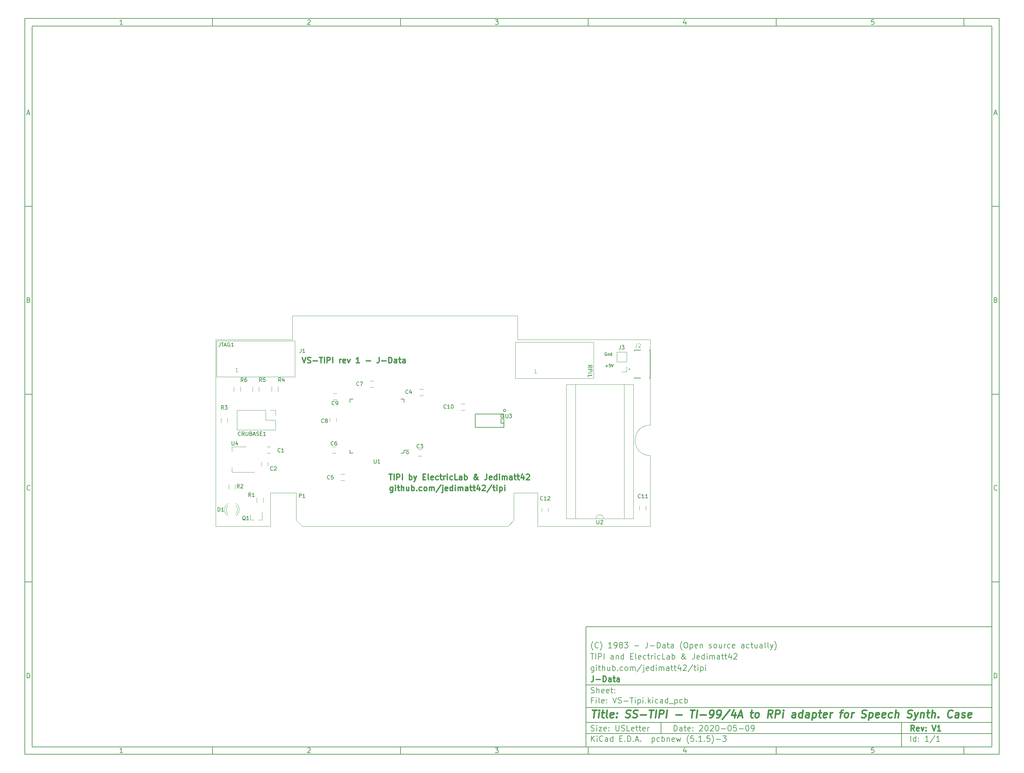
<source format=gbr>
G04 #@! TF.GenerationSoftware,KiCad,Pcbnew,(5.1.5)-3*
G04 #@! TF.CreationDate,2020-05-10T09:48:16-04:00*
G04 #@! TF.ProjectId,VS-Tipi,56532d54-6970-4692-9e6b-696361645f70,V1*
G04 #@! TF.SameCoordinates,Original*
G04 #@! TF.FileFunction,Legend,Top*
G04 #@! TF.FilePolarity,Positive*
%FSLAX46Y46*%
G04 Gerber Fmt 4.6, Leading zero omitted, Abs format (unit mm)*
G04 Created by KiCad (PCBNEW (5.1.5)-3) date 2020-05-10 09:48:16*
%MOMM*%
%LPD*%
G04 APERTURE LIST*
%ADD10C,0.100000*%
%ADD11C,0.150000*%
%ADD12C,0.300000*%
%ADD13C,0.400000*%
%ADD14C,0.127000*%
G04 #@! TA.AperFunction,Profile*
%ADD15C,0.025400*%
G04 #@! TD*
%ADD16C,0.120000*%
%ADD17C,0.200000*%
%ADD18C,0.015000*%
G04 APERTURE END LIST*
D10*
D11*
X159400000Y-171900000D02*
X159400000Y-203900000D01*
X267400000Y-203900000D01*
X267400000Y-171900000D01*
X159400000Y-171900000D01*
D10*
D11*
X10000000Y-10000000D02*
X10000000Y-205900000D01*
X269400000Y-205900000D01*
X269400000Y-10000000D01*
X10000000Y-10000000D01*
D10*
D11*
X12000000Y-12000000D02*
X12000000Y-203900000D01*
X267400000Y-203900000D01*
X267400000Y-12000000D01*
X12000000Y-12000000D01*
D10*
D11*
X60000000Y-12000000D02*
X60000000Y-10000000D01*
D10*
D11*
X110000000Y-12000000D02*
X110000000Y-10000000D01*
D10*
D11*
X160000000Y-12000000D02*
X160000000Y-10000000D01*
D10*
D11*
X210000000Y-12000000D02*
X210000000Y-10000000D01*
D10*
D11*
X260000000Y-12000000D02*
X260000000Y-10000000D01*
D10*
D11*
X36065476Y-11588095D02*
X35322619Y-11588095D01*
X35694047Y-11588095D02*
X35694047Y-10288095D01*
X35570238Y-10473809D01*
X35446428Y-10597619D01*
X35322619Y-10659523D01*
D10*
D11*
X85322619Y-10411904D02*
X85384523Y-10350000D01*
X85508333Y-10288095D01*
X85817857Y-10288095D01*
X85941666Y-10350000D01*
X86003571Y-10411904D01*
X86065476Y-10535714D01*
X86065476Y-10659523D01*
X86003571Y-10845238D01*
X85260714Y-11588095D01*
X86065476Y-11588095D01*
D10*
D11*
X135260714Y-10288095D02*
X136065476Y-10288095D01*
X135632142Y-10783333D01*
X135817857Y-10783333D01*
X135941666Y-10845238D01*
X136003571Y-10907142D01*
X136065476Y-11030952D01*
X136065476Y-11340476D01*
X136003571Y-11464285D01*
X135941666Y-11526190D01*
X135817857Y-11588095D01*
X135446428Y-11588095D01*
X135322619Y-11526190D01*
X135260714Y-11464285D01*
D10*
D11*
X185941666Y-10721428D02*
X185941666Y-11588095D01*
X185632142Y-10226190D02*
X185322619Y-11154761D01*
X186127380Y-11154761D01*
D10*
D11*
X236003571Y-10288095D02*
X235384523Y-10288095D01*
X235322619Y-10907142D01*
X235384523Y-10845238D01*
X235508333Y-10783333D01*
X235817857Y-10783333D01*
X235941666Y-10845238D01*
X236003571Y-10907142D01*
X236065476Y-11030952D01*
X236065476Y-11340476D01*
X236003571Y-11464285D01*
X235941666Y-11526190D01*
X235817857Y-11588095D01*
X235508333Y-11588095D01*
X235384523Y-11526190D01*
X235322619Y-11464285D01*
D10*
D11*
X60000000Y-203900000D02*
X60000000Y-205900000D01*
D10*
D11*
X110000000Y-203900000D02*
X110000000Y-205900000D01*
D10*
D11*
X160000000Y-203900000D02*
X160000000Y-205900000D01*
D10*
D11*
X210000000Y-203900000D02*
X210000000Y-205900000D01*
D10*
D11*
X260000000Y-203900000D02*
X260000000Y-205900000D01*
D10*
D11*
X36065476Y-205488095D02*
X35322619Y-205488095D01*
X35694047Y-205488095D02*
X35694047Y-204188095D01*
X35570238Y-204373809D01*
X35446428Y-204497619D01*
X35322619Y-204559523D01*
D10*
D11*
X85322619Y-204311904D02*
X85384523Y-204250000D01*
X85508333Y-204188095D01*
X85817857Y-204188095D01*
X85941666Y-204250000D01*
X86003571Y-204311904D01*
X86065476Y-204435714D01*
X86065476Y-204559523D01*
X86003571Y-204745238D01*
X85260714Y-205488095D01*
X86065476Y-205488095D01*
D10*
D11*
X135260714Y-204188095D02*
X136065476Y-204188095D01*
X135632142Y-204683333D01*
X135817857Y-204683333D01*
X135941666Y-204745238D01*
X136003571Y-204807142D01*
X136065476Y-204930952D01*
X136065476Y-205240476D01*
X136003571Y-205364285D01*
X135941666Y-205426190D01*
X135817857Y-205488095D01*
X135446428Y-205488095D01*
X135322619Y-205426190D01*
X135260714Y-205364285D01*
D10*
D11*
X185941666Y-204621428D02*
X185941666Y-205488095D01*
X185632142Y-204126190D02*
X185322619Y-205054761D01*
X186127380Y-205054761D01*
D10*
D11*
X236003571Y-204188095D02*
X235384523Y-204188095D01*
X235322619Y-204807142D01*
X235384523Y-204745238D01*
X235508333Y-204683333D01*
X235817857Y-204683333D01*
X235941666Y-204745238D01*
X236003571Y-204807142D01*
X236065476Y-204930952D01*
X236065476Y-205240476D01*
X236003571Y-205364285D01*
X235941666Y-205426190D01*
X235817857Y-205488095D01*
X235508333Y-205488095D01*
X235384523Y-205426190D01*
X235322619Y-205364285D01*
D10*
D11*
X10000000Y-60000000D02*
X12000000Y-60000000D01*
D10*
D11*
X10000000Y-110000000D02*
X12000000Y-110000000D01*
D10*
D11*
X10000000Y-160000000D02*
X12000000Y-160000000D01*
D10*
D11*
X10690476Y-35216666D02*
X11309523Y-35216666D01*
X10566666Y-35588095D02*
X11000000Y-34288095D01*
X11433333Y-35588095D01*
D10*
D11*
X11092857Y-84907142D02*
X11278571Y-84969047D01*
X11340476Y-85030952D01*
X11402380Y-85154761D01*
X11402380Y-85340476D01*
X11340476Y-85464285D01*
X11278571Y-85526190D01*
X11154761Y-85588095D01*
X10659523Y-85588095D01*
X10659523Y-84288095D01*
X11092857Y-84288095D01*
X11216666Y-84350000D01*
X11278571Y-84411904D01*
X11340476Y-84535714D01*
X11340476Y-84659523D01*
X11278571Y-84783333D01*
X11216666Y-84845238D01*
X11092857Y-84907142D01*
X10659523Y-84907142D01*
D10*
D11*
X11402380Y-135464285D02*
X11340476Y-135526190D01*
X11154761Y-135588095D01*
X11030952Y-135588095D01*
X10845238Y-135526190D01*
X10721428Y-135402380D01*
X10659523Y-135278571D01*
X10597619Y-135030952D01*
X10597619Y-134845238D01*
X10659523Y-134597619D01*
X10721428Y-134473809D01*
X10845238Y-134350000D01*
X11030952Y-134288095D01*
X11154761Y-134288095D01*
X11340476Y-134350000D01*
X11402380Y-134411904D01*
D10*
D11*
X10659523Y-185588095D02*
X10659523Y-184288095D01*
X10969047Y-184288095D01*
X11154761Y-184350000D01*
X11278571Y-184473809D01*
X11340476Y-184597619D01*
X11402380Y-184845238D01*
X11402380Y-185030952D01*
X11340476Y-185278571D01*
X11278571Y-185402380D01*
X11154761Y-185526190D01*
X10969047Y-185588095D01*
X10659523Y-185588095D01*
D10*
D11*
X269400000Y-60000000D02*
X267400000Y-60000000D01*
D10*
D11*
X269400000Y-110000000D02*
X267400000Y-110000000D01*
D10*
D11*
X269400000Y-160000000D02*
X267400000Y-160000000D01*
D10*
D11*
X268090476Y-35216666D02*
X268709523Y-35216666D01*
X267966666Y-35588095D02*
X268400000Y-34288095D01*
X268833333Y-35588095D01*
D10*
D11*
X268492857Y-84907142D02*
X268678571Y-84969047D01*
X268740476Y-85030952D01*
X268802380Y-85154761D01*
X268802380Y-85340476D01*
X268740476Y-85464285D01*
X268678571Y-85526190D01*
X268554761Y-85588095D01*
X268059523Y-85588095D01*
X268059523Y-84288095D01*
X268492857Y-84288095D01*
X268616666Y-84350000D01*
X268678571Y-84411904D01*
X268740476Y-84535714D01*
X268740476Y-84659523D01*
X268678571Y-84783333D01*
X268616666Y-84845238D01*
X268492857Y-84907142D01*
X268059523Y-84907142D01*
D10*
D11*
X268802380Y-135464285D02*
X268740476Y-135526190D01*
X268554761Y-135588095D01*
X268430952Y-135588095D01*
X268245238Y-135526190D01*
X268121428Y-135402380D01*
X268059523Y-135278571D01*
X267997619Y-135030952D01*
X267997619Y-134845238D01*
X268059523Y-134597619D01*
X268121428Y-134473809D01*
X268245238Y-134350000D01*
X268430952Y-134288095D01*
X268554761Y-134288095D01*
X268740476Y-134350000D01*
X268802380Y-134411904D01*
D10*
D11*
X268059523Y-185588095D02*
X268059523Y-184288095D01*
X268369047Y-184288095D01*
X268554761Y-184350000D01*
X268678571Y-184473809D01*
X268740476Y-184597619D01*
X268802380Y-184845238D01*
X268802380Y-185030952D01*
X268740476Y-185278571D01*
X268678571Y-185402380D01*
X268554761Y-185526190D01*
X268369047Y-185588095D01*
X268059523Y-185588095D01*
D10*
D11*
X182832142Y-199678571D02*
X182832142Y-198178571D01*
X183189285Y-198178571D01*
X183403571Y-198250000D01*
X183546428Y-198392857D01*
X183617857Y-198535714D01*
X183689285Y-198821428D01*
X183689285Y-199035714D01*
X183617857Y-199321428D01*
X183546428Y-199464285D01*
X183403571Y-199607142D01*
X183189285Y-199678571D01*
X182832142Y-199678571D01*
X184975000Y-199678571D02*
X184975000Y-198892857D01*
X184903571Y-198750000D01*
X184760714Y-198678571D01*
X184475000Y-198678571D01*
X184332142Y-198750000D01*
X184975000Y-199607142D02*
X184832142Y-199678571D01*
X184475000Y-199678571D01*
X184332142Y-199607142D01*
X184260714Y-199464285D01*
X184260714Y-199321428D01*
X184332142Y-199178571D01*
X184475000Y-199107142D01*
X184832142Y-199107142D01*
X184975000Y-199035714D01*
X185475000Y-198678571D02*
X186046428Y-198678571D01*
X185689285Y-198178571D02*
X185689285Y-199464285D01*
X185760714Y-199607142D01*
X185903571Y-199678571D01*
X186046428Y-199678571D01*
X187117857Y-199607142D02*
X186975000Y-199678571D01*
X186689285Y-199678571D01*
X186546428Y-199607142D01*
X186475000Y-199464285D01*
X186475000Y-198892857D01*
X186546428Y-198750000D01*
X186689285Y-198678571D01*
X186975000Y-198678571D01*
X187117857Y-198750000D01*
X187189285Y-198892857D01*
X187189285Y-199035714D01*
X186475000Y-199178571D01*
X187832142Y-199535714D02*
X187903571Y-199607142D01*
X187832142Y-199678571D01*
X187760714Y-199607142D01*
X187832142Y-199535714D01*
X187832142Y-199678571D01*
X187832142Y-198750000D02*
X187903571Y-198821428D01*
X187832142Y-198892857D01*
X187760714Y-198821428D01*
X187832142Y-198750000D01*
X187832142Y-198892857D01*
X189617857Y-198321428D02*
X189689285Y-198250000D01*
X189832142Y-198178571D01*
X190189285Y-198178571D01*
X190332142Y-198250000D01*
X190403571Y-198321428D01*
X190475000Y-198464285D01*
X190475000Y-198607142D01*
X190403571Y-198821428D01*
X189546428Y-199678571D01*
X190475000Y-199678571D01*
X191403571Y-198178571D02*
X191546428Y-198178571D01*
X191689285Y-198250000D01*
X191760714Y-198321428D01*
X191832142Y-198464285D01*
X191903571Y-198750000D01*
X191903571Y-199107142D01*
X191832142Y-199392857D01*
X191760714Y-199535714D01*
X191689285Y-199607142D01*
X191546428Y-199678571D01*
X191403571Y-199678571D01*
X191260714Y-199607142D01*
X191189285Y-199535714D01*
X191117857Y-199392857D01*
X191046428Y-199107142D01*
X191046428Y-198750000D01*
X191117857Y-198464285D01*
X191189285Y-198321428D01*
X191260714Y-198250000D01*
X191403571Y-198178571D01*
X192475000Y-198321428D02*
X192546428Y-198250000D01*
X192689285Y-198178571D01*
X193046428Y-198178571D01*
X193189285Y-198250000D01*
X193260714Y-198321428D01*
X193332142Y-198464285D01*
X193332142Y-198607142D01*
X193260714Y-198821428D01*
X192403571Y-199678571D01*
X193332142Y-199678571D01*
X194260714Y-198178571D02*
X194403571Y-198178571D01*
X194546428Y-198250000D01*
X194617857Y-198321428D01*
X194689285Y-198464285D01*
X194760714Y-198750000D01*
X194760714Y-199107142D01*
X194689285Y-199392857D01*
X194617857Y-199535714D01*
X194546428Y-199607142D01*
X194403571Y-199678571D01*
X194260714Y-199678571D01*
X194117857Y-199607142D01*
X194046428Y-199535714D01*
X193975000Y-199392857D01*
X193903571Y-199107142D01*
X193903571Y-198750000D01*
X193975000Y-198464285D01*
X194046428Y-198321428D01*
X194117857Y-198250000D01*
X194260714Y-198178571D01*
X195403571Y-199107142D02*
X196546428Y-199107142D01*
X197546428Y-198178571D02*
X197689285Y-198178571D01*
X197832142Y-198250000D01*
X197903571Y-198321428D01*
X197975000Y-198464285D01*
X198046428Y-198750000D01*
X198046428Y-199107142D01*
X197975000Y-199392857D01*
X197903571Y-199535714D01*
X197832142Y-199607142D01*
X197689285Y-199678571D01*
X197546428Y-199678571D01*
X197403571Y-199607142D01*
X197332142Y-199535714D01*
X197260714Y-199392857D01*
X197189285Y-199107142D01*
X197189285Y-198750000D01*
X197260714Y-198464285D01*
X197332142Y-198321428D01*
X197403571Y-198250000D01*
X197546428Y-198178571D01*
X199403571Y-198178571D02*
X198689285Y-198178571D01*
X198617857Y-198892857D01*
X198689285Y-198821428D01*
X198832142Y-198750000D01*
X199189285Y-198750000D01*
X199332142Y-198821428D01*
X199403571Y-198892857D01*
X199475000Y-199035714D01*
X199475000Y-199392857D01*
X199403571Y-199535714D01*
X199332142Y-199607142D01*
X199189285Y-199678571D01*
X198832142Y-199678571D01*
X198689285Y-199607142D01*
X198617857Y-199535714D01*
X200117857Y-199107142D02*
X201260714Y-199107142D01*
X202260714Y-198178571D02*
X202403571Y-198178571D01*
X202546428Y-198250000D01*
X202617857Y-198321428D01*
X202689285Y-198464285D01*
X202760714Y-198750000D01*
X202760714Y-199107142D01*
X202689285Y-199392857D01*
X202617857Y-199535714D01*
X202546428Y-199607142D01*
X202403571Y-199678571D01*
X202260714Y-199678571D01*
X202117857Y-199607142D01*
X202046428Y-199535714D01*
X201975000Y-199392857D01*
X201903571Y-199107142D01*
X201903571Y-198750000D01*
X201975000Y-198464285D01*
X202046428Y-198321428D01*
X202117857Y-198250000D01*
X202260714Y-198178571D01*
X203475000Y-199678571D02*
X203760714Y-199678571D01*
X203903571Y-199607142D01*
X203975000Y-199535714D01*
X204117857Y-199321428D01*
X204189285Y-199035714D01*
X204189285Y-198464285D01*
X204117857Y-198321428D01*
X204046428Y-198250000D01*
X203903571Y-198178571D01*
X203617857Y-198178571D01*
X203475000Y-198250000D01*
X203403571Y-198321428D01*
X203332142Y-198464285D01*
X203332142Y-198821428D01*
X203403571Y-198964285D01*
X203475000Y-199035714D01*
X203617857Y-199107142D01*
X203903571Y-199107142D01*
X204046428Y-199035714D01*
X204117857Y-198964285D01*
X204189285Y-198821428D01*
D10*
D11*
X159400000Y-200400000D02*
X267400000Y-200400000D01*
D10*
D11*
X160832142Y-202478571D02*
X160832142Y-200978571D01*
X161689285Y-202478571D02*
X161046428Y-201621428D01*
X161689285Y-200978571D02*
X160832142Y-201835714D01*
X162332142Y-202478571D02*
X162332142Y-201478571D01*
X162332142Y-200978571D02*
X162260714Y-201050000D01*
X162332142Y-201121428D01*
X162403571Y-201050000D01*
X162332142Y-200978571D01*
X162332142Y-201121428D01*
X163903571Y-202335714D02*
X163832142Y-202407142D01*
X163617857Y-202478571D01*
X163475000Y-202478571D01*
X163260714Y-202407142D01*
X163117857Y-202264285D01*
X163046428Y-202121428D01*
X162975000Y-201835714D01*
X162975000Y-201621428D01*
X163046428Y-201335714D01*
X163117857Y-201192857D01*
X163260714Y-201050000D01*
X163475000Y-200978571D01*
X163617857Y-200978571D01*
X163832142Y-201050000D01*
X163903571Y-201121428D01*
X165189285Y-202478571D02*
X165189285Y-201692857D01*
X165117857Y-201550000D01*
X164975000Y-201478571D01*
X164689285Y-201478571D01*
X164546428Y-201550000D01*
X165189285Y-202407142D02*
X165046428Y-202478571D01*
X164689285Y-202478571D01*
X164546428Y-202407142D01*
X164475000Y-202264285D01*
X164475000Y-202121428D01*
X164546428Y-201978571D01*
X164689285Y-201907142D01*
X165046428Y-201907142D01*
X165189285Y-201835714D01*
X166546428Y-202478571D02*
X166546428Y-200978571D01*
X166546428Y-202407142D02*
X166403571Y-202478571D01*
X166117857Y-202478571D01*
X165975000Y-202407142D01*
X165903571Y-202335714D01*
X165832142Y-202192857D01*
X165832142Y-201764285D01*
X165903571Y-201621428D01*
X165975000Y-201550000D01*
X166117857Y-201478571D01*
X166403571Y-201478571D01*
X166546428Y-201550000D01*
X168403571Y-201692857D02*
X168903571Y-201692857D01*
X169117857Y-202478571D02*
X168403571Y-202478571D01*
X168403571Y-200978571D01*
X169117857Y-200978571D01*
X169760714Y-202335714D02*
X169832142Y-202407142D01*
X169760714Y-202478571D01*
X169689285Y-202407142D01*
X169760714Y-202335714D01*
X169760714Y-202478571D01*
X170475000Y-202478571D02*
X170475000Y-200978571D01*
X170832142Y-200978571D01*
X171046428Y-201050000D01*
X171189285Y-201192857D01*
X171260714Y-201335714D01*
X171332142Y-201621428D01*
X171332142Y-201835714D01*
X171260714Y-202121428D01*
X171189285Y-202264285D01*
X171046428Y-202407142D01*
X170832142Y-202478571D01*
X170475000Y-202478571D01*
X171975000Y-202335714D02*
X172046428Y-202407142D01*
X171975000Y-202478571D01*
X171903571Y-202407142D01*
X171975000Y-202335714D01*
X171975000Y-202478571D01*
X172617857Y-202050000D02*
X173332142Y-202050000D01*
X172475000Y-202478571D02*
X172975000Y-200978571D01*
X173475000Y-202478571D01*
X173975000Y-202335714D02*
X174046428Y-202407142D01*
X173975000Y-202478571D01*
X173903571Y-202407142D01*
X173975000Y-202335714D01*
X173975000Y-202478571D01*
X176975000Y-201478571D02*
X176975000Y-202978571D01*
X176975000Y-201550000D02*
X177117857Y-201478571D01*
X177403571Y-201478571D01*
X177546428Y-201550000D01*
X177617857Y-201621428D01*
X177689285Y-201764285D01*
X177689285Y-202192857D01*
X177617857Y-202335714D01*
X177546428Y-202407142D01*
X177403571Y-202478571D01*
X177117857Y-202478571D01*
X176975000Y-202407142D01*
X178975000Y-202407142D02*
X178832142Y-202478571D01*
X178546428Y-202478571D01*
X178403571Y-202407142D01*
X178332142Y-202335714D01*
X178260714Y-202192857D01*
X178260714Y-201764285D01*
X178332142Y-201621428D01*
X178403571Y-201550000D01*
X178546428Y-201478571D01*
X178832142Y-201478571D01*
X178975000Y-201550000D01*
X179617857Y-202478571D02*
X179617857Y-200978571D01*
X179617857Y-201550000D02*
X179760714Y-201478571D01*
X180046428Y-201478571D01*
X180189285Y-201550000D01*
X180260714Y-201621428D01*
X180332142Y-201764285D01*
X180332142Y-202192857D01*
X180260714Y-202335714D01*
X180189285Y-202407142D01*
X180046428Y-202478571D01*
X179760714Y-202478571D01*
X179617857Y-202407142D01*
X180975000Y-201478571D02*
X180975000Y-202478571D01*
X180975000Y-201621428D02*
X181046428Y-201550000D01*
X181189285Y-201478571D01*
X181403571Y-201478571D01*
X181546428Y-201550000D01*
X181617857Y-201692857D01*
X181617857Y-202478571D01*
X182903571Y-202407142D02*
X182760714Y-202478571D01*
X182475000Y-202478571D01*
X182332142Y-202407142D01*
X182260714Y-202264285D01*
X182260714Y-201692857D01*
X182332142Y-201550000D01*
X182475000Y-201478571D01*
X182760714Y-201478571D01*
X182903571Y-201550000D01*
X182975000Y-201692857D01*
X182975000Y-201835714D01*
X182260714Y-201978571D01*
X183475000Y-201478571D02*
X183760714Y-202478571D01*
X184046428Y-201764285D01*
X184332142Y-202478571D01*
X184617857Y-201478571D01*
X186760714Y-203050000D02*
X186689285Y-202978571D01*
X186546428Y-202764285D01*
X186475000Y-202621428D01*
X186403571Y-202407142D01*
X186332142Y-202050000D01*
X186332142Y-201764285D01*
X186403571Y-201407142D01*
X186475000Y-201192857D01*
X186546428Y-201050000D01*
X186689285Y-200835714D01*
X186760714Y-200764285D01*
X188046428Y-200978571D02*
X187332142Y-200978571D01*
X187260714Y-201692857D01*
X187332142Y-201621428D01*
X187475000Y-201550000D01*
X187832142Y-201550000D01*
X187975000Y-201621428D01*
X188046428Y-201692857D01*
X188117857Y-201835714D01*
X188117857Y-202192857D01*
X188046428Y-202335714D01*
X187975000Y-202407142D01*
X187832142Y-202478571D01*
X187475000Y-202478571D01*
X187332142Y-202407142D01*
X187260714Y-202335714D01*
X188760714Y-202335714D02*
X188832142Y-202407142D01*
X188760714Y-202478571D01*
X188689285Y-202407142D01*
X188760714Y-202335714D01*
X188760714Y-202478571D01*
X190260714Y-202478571D02*
X189403571Y-202478571D01*
X189832142Y-202478571D02*
X189832142Y-200978571D01*
X189689285Y-201192857D01*
X189546428Y-201335714D01*
X189403571Y-201407142D01*
X190903571Y-202335714D02*
X190975000Y-202407142D01*
X190903571Y-202478571D01*
X190832142Y-202407142D01*
X190903571Y-202335714D01*
X190903571Y-202478571D01*
X192332142Y-200978571D02*
X191617857Y-200978571D01*
X191546428Y-201692857D01*
X191617857Y-201621428D01*
X191760714Y-201550000D01*
X192117857Y-201550000D01*
X192260714Y-201621428D01*
X192332142Y-201692857D01*
X192403571Y-201835714D01*
X192403571Y-202192857D01*
X192332142Y-202335714D01*
X192260714Y-202407142D01*
X192117857Y-202478571D01*
X191760714Y-202478571D01*
X191617857Y-202407142D01*
X191546428Y-202335714D01*
X192903571Y-203050000D02*
X192975000Y-202978571D01*
X193117857Y-202764285D01*
X193189285Y-202621428D01*
X193260714Y-202407142D01*
X193332142Y-202050000D01*
X193332142Y-201764285D01*
X193260714Y-201407142D01*
X193189285Y-201192857D01*
X193117857Y-201050000D01*
X192975000Y-200835714D01*
X192903571Y-200764285D01*
X194046428Y-201907142D02*
X195189285Y-201907142D01*
X195760714Y-200978571D02*
X196689285Y-200978571D01*
X196189285Y-201550000D01*
X196403571Y-201550000D01*
X196546428Y-201621428D01*
X196617857Y-201692857D01*
X196689285Y-201835714D01*
X196689285Y-202192857D01*
X196617857Y-202335714D01*
X196546428Y-202407142D01*
X196403571Y-202478571D01*
X195975000Y-202478571D01*
X195832142Y-202407142D01*
X195760714Y-202335714D01*
D10*
D11*
X159400000Y-197400000D02*
X267400000Y-197400000D01*
D10*
D12*
X246809285Y-199678571D02*
X246309285Y-198964285D01*
X245952142Y-199678571D02*
X245952142Y-198178571D01*
X246523571Y-198178571D01*
X246666428Y-198250000D01*
X246737857Y-198321428D01*
X246809285Y-198464285D01*
X246809285Y-198678571D01*
X246737857Y-198821428D01*
X246666428Y-198892857D01*
X246523571Y-198964285D01*
X245952142Y-198964285D01*
X248023571Y-199607142D02*
X247880714Y-199678571D01*
X247595000Y-199678571D01*
X247452142Y-199607142D01*
X247380714Y-199464285D01*
X247380714Y-198892857D01*
X247452142Y-198750000D01*
X247595000Y-198678571D01*
X247880714Y-198678571D01*
X248023571Y-198750000D01*
X248095000Y-198892857D01*
X248095000Y-199035714D01*
X247380714Y-199178571D01*
X248595000Y-198678571D02*
X248952142Y-199678571D01*
X249309285Y-198678571D01*
X249880714Y-199535714D02*
X249952142Y-199607142D01*
X249880714Y-199678571D01*
X249809285Y-199607142D01*
X249880714Y-199535714D01*
X249880714Y-199678571D01*
X249880714Y-198750000D02*
X249952142Y-198821428D01*
X249880714Y-198892857D01*
X249809285Y-198821428D01*
X249880714Y-198750000D01*
X249880714Y-198892857D01*
X251523571Y-198178571D02*
X252023571Y-199678571D01*
X252523571Y-198178571D01*
X253809285Y-199678571D02*
X252952142Y-199678571D01*
X253380714Y-199678571D02*
X253380714Y-198178571D01*
X253237857Y-198392857D01*
X253095000Y-198535714D01*
X252952142Y-198607142D01*
D10*
D11*
X160760714Y-199607142D02*
X160975000Y-199678571D01*
X161332142Y-199678571D01*
X161475000Y-199607142D01*
X161546428Y-199535714D01*
X161617857Y-199392857D01*
X161617857Y-199250000D01*
X161546428Y-199107142D01*
X161475000Y-199035714D01*
X161332142Y-198964285D01*
X161046428Y-198892857D01*
X160903571Y-198821428D01*
X160832142Y-198750000D01*
X160760714Y-198607142D01*
X160760714Y-198464285D01*
X160832142Y-198321428D01*
X160903571Y-198250000D01*
X161046428Y-198178571D01*
X161403571Y-198178571D01*
X161617857Y-198250000D01*
X162260714Y-199678571D02*
X162260714Y-198678571D01*
X162260714Y-198178571D02*
X162189285Y-198250000D01*
X162260714Y-198321428D01*
X162332142Y-198250000D01*
X162260714Y-198178571D01*
X162260714Y-198321428D01*
X162832142Y-198678571D02*
X163617857Y-198678571D01*
X162832142Y-199678571D01*
X163617857Y-199678571D01*
X164760714Y-199607142D02*
X164617857Y-199678571D01*
X164332142Y-199678571D01*
X164189285Y-199607142D01*
X164117857Y-199464285D01*
X164117857Y-198892857D01*
X164189285Y-198750000D01*
X164332142Y-198678571D01*
X164617857Y-198678571D01*
X164760714Y-198750000D01*
X164832142Y-198892857D01*
X164832142Y-199035714D01*
X164117857Y-199178571D01*
X165475000Y-199535714D02*
X165546428Y-199607142D01*
X165475000Y-199678571D01*
X165403571Y-199607142D01*
X165475000Y-199535714D01*
X165475000Y-199678571D01*
X165475000Y-198750000D02*
X165546428Y-198821428D01*
X165475000Y-198892857D01*
X165403571Y-198821428D01*
X165475000Y-198750000D01*
X165475000Y-198892857D01*
X167332142Y-198178571D02*
X167332142Y-199392857D01*
X167403571Y-199535714D01*
X167475000Y-199607142D01*
X167617857Y-199678571D01*
X167903571Y-199678571D01*
X168046428Y-199607142D01*
X168117857Y-199535714D01*
X168189285Y-199392857D01*
X168189285Y-198178571D01*
X168832142Y-199607142D02*
X169046428Y-199678571D01*
X169403571Y-199678571D01*
X169546428Y-199607142D01*
X169617857Y-199535714D01*
X169689285Y-199392857D01*
X169689285Y-199250000D01*
X169617857Y-199107142D01*
X169546428Y-199035714D01*
X169403571Y-198964285D01*
X169117857Y-198892857D01*
X168975000Y-198821428D01*
X168903571Y-198750000D01*
X168832142Y-198607142D01*
X168832142Y-198464285D01*
X168903571Y-198321428D01*
X168975000Y-198250000D01*
X169117857Y-198178571D01*
X169475000Y-198178571D01*
X169689285Y-198250000D01*
X171046428Y-199678571D02*
X170332142Y-199678571D01*
X170332142Y-198178571D01*
X172117857Y-199607142D02*
X171975000Y-199678571D01*
X171689285Y-199678571D01*
X171546428Y-199607142D01*
X171475000Y-199464285D01*
X171475000Y-198892857D01*
X171546428Y-198750000D01*
X171689285Y-198678571D01*
X171975000Y-198678571D01*
X172117857Y-198750000D01*
X172189285Y-198892857D01*
X172189285Y-199035714D01*
X171475000Y-199178571D01*
X172617857Y-198678571D02*
X173189285Y-198678571D01*
X172832142Y-198178571D02*
X172832142Y-199464285D01*
X172903571Y-199607142D01*
X173046428Y-199678571D01*
X173189285Y-199678571D01*
X173475000Y-198678571D02*
X174046428Y-198678571D01*
X173689285Y-198178571D02*
X173689285Y-199464285D01*
X173760714Y-199607142D01*
X173903571Y-199678571D01*
X174046428Y-199678571D01*
X175117857Y-199607142D02*
X174975000Y-199678571D01*
X174689285Y-199678571D01*
X174546428Y-199607142D01*
X174475000Y-199464285D01*
X174475000Y-198892857D01*
X174546428Y-198750000D01*
X174689285Y-198678571D01*
X174975000Y-198678571D01*
X175117857Y-198750000D01*
X175189285Y-198892857D01*
X175189285Y-199035714D01*
X174475000Y-199178571D01*
X175832142Y-199678571D02*
X175832142Y-198678571D01*
X175832142Y-198964285D02*
X175903571Y-198821428D01*
X175975000Y-198750000D01*
X176117857Y-198678571D01*
X176260714Y-198678571D01*
D10*
D11*
X245832142Y-202478571D02*
X245832142Y-200978571D01*
X247189285Y-202478571D02*
X247189285Y-200978571D01*
X247189285Y-202407142D02*
X247046428Y-202478571D01*
X246760714Y-202478571D01*
X246617857Y-202407142D01*
X246546428Y-202335714D01*
X246475000Y-202192857D01*
X246475000Y-201764285D01*
X246546428Y-201621428D01*
X246617857Y-201550000D01*
X246760714Y-201478571D01*
X247046428Y-201478571D01*
X247189285Y-201550000D01*
X247903571Y-202335714D02*
X247975000Y-202407142D01*
X247903571Y-202478571D01*
X247832142Y-202407142D01*
X247903571Y-202335714D01*
X247903571Y-202478571D01*
X247903571Y-201550000D02*
X247975000Y-201621428D01*
X247903571Y-201692857D01*
X247832142Y-201621428D01*
X247903571Y-201550000D01*
X247903571Y-201692857D01*
X250546428Y-202478571D02*
X249689285Y-202478571D01*
X250117857Y-202478571D02*
X250117857Y-200978571D01*
X249975000Y-201192857D01*
X249832142Y-201335714D01*
X249689285Y-201407142D01*
X252260714Y-200907142D02*
X250975000Y-202835714D01*
X253546428Y-202478571D02*
X252689285Y-202478571D01*
X253117857Y-202478571D02*
X253117857Y-200978571D01*
X252975000Y-201192857D01*
X252832142Y-201335714D01*
X252689285Y-201407142D01*
D10*
D11*
X159400000Y-193400000D02*
X267400000Y-193400000D01*
D10*
D13*
X161112380Y-194104761D02*
X162255238Y-194104761D01*
X161433809Y-196104761D02*
X161683809Y-194104761D01*
X162671904Y-196104761D02*
X162838571Y-194771428D01*
X162921904Y-194104761D02*
X162814761Y-194200000D01*
X162898095Y-194295238D01*
X163005238Y-194200000D01*
X162921904Y-194104761D01*
X162898095Y-194295238D01*
X163505238Y-194771428D02*
X164267142Y-194771428D01*
X163874285Y-194104761D02*
X163660000Y-195819047D01*
X163731428Y-196009523D01*
X163910000Y-196104761D01*
X164100476Y-196104761D01*
X165052857Y-196104761D02*
X164874285Y-196009523D01*
X164802857Y-195819047D01*
X165017142Y-194104761D01*
X166588571Y-196009523D02*
X166386190Y-196104761D01*
X166005238Y-196104761D01*
X165826666Y-196009523D01*
X165755238Y-195819047D01*
X165850476Y-195057142D01*
X165969523Y-194866666D01*
X166171904Y-194771428D01*
X166552857Y-194771428D01*
X166731428Y-194866666D01*
X166802857Y-195057142D01*
X166779047Y-195247619D01*
X165802857Y-195438095D01*
X167552857Y-195914285D02*
X167636190Y-196009523D01*
X167529047Y-196104761D01*
X167445714Y-196009523D01*
X167552857Y-195914285D01*
X167529047Y-196104761D01*
X167683809Y-194866666D02*
X167767142Y-194961904D01*
X167660000Y-195057142D01*
X167576666Y-194961904D01*
X167683809Y-194866666D01*
X167660000Y-195057142D01*
X169921904Y-196009523D02*
X170195714Y-196104761D01*
X170671904Y-196104761D01*
X170874285Y-196009523D01*
X170981428Y-195914285D01*
X171100476Y-195723809D01*
X171124285Y-195533333D01*
X171052857Y-195342857D01*
X170969523Y-195247619D01*
X170790952Y-195152380D01*
X170421904Y-195057142D01*
X170243333Y-194961904D01*
X170160000Y-194866666D01*
X170088571Y-194676190D01*
X170112380Y-194485714D01*
X170231428Y-194295238D01*
X170338571Y-194200000D01*
X170540952Y-194104761D01*
X171017142Y-194104761D01*
X171290952Y-194200000D01*
X171826666Y-196009523D02*
X172100476Y-196104761D01*
X172576666Y-196104761D01*
X172779047Y-196009523D01*
X172886190Y-195914285D01*
X173005238Y-195723809D01*
X173029047Y-195533333D01*
X172957619Y-195342857D01*
X172874285Y-195247619D01*
X172695714Y-195152380D01*
X172326666Y-195057142D01*
X172148095Y-194961904D01*
X172064761Y-194866666D01*
X171993333Y-194676190D01*
X172017142Y-194485714D01*
X172136190Y-194295238D01*
X172243333Y-194200000D01*
X172445714Y-194104761D01*
X172921904Y-194104761D01*
X173195714Y-194200000D01*
X173910000Y-195342857D02*
X175433809Y-195342857D01*
X176255238Y-194104761D02*
X177398095Y-194104761D01*
X176576666Y-196104761D02*
X176826666Y-194104761D01*
X177814761Y-196104761D02*
X178064761Y-194104761D01*
X178767142Y-196104761D02*
X179017142Y-194104761D01*
X179779047Y-194104761D01*
X179957619Y-194200000D01*
X180040952Y-194295238D01*
X180112380Y-194485714D01*
X180076666Y-194771428D01*
X179957619Y-194961904D01*
X179850476Y-195057142D01*
X179648095Y-195152380D01*
X178886190Y-195152380D01*
X180767142Y-196104761D02*
X181017142Y-194104761D01*
X183338571Y-195342857D02*
X184862380Y-195342857D01*
X187207619Y-194104761D02*
X188350476Y-194104761D01*
X187529047Y-196104761D02*
X187779047Y-194104761D01*
X188767142Y-196104761D02*
X189017142Y-194104761D01*
X189814761Y-195342857D02*
X191338571Y-195342857D01*
X192290952Y-196104761D02*
X192671904Y-196104761D01*
X192874285Y-196009523D01*
X192981428Y-195914285D01*
X193207619Y-195628571D01*
X193350476Y-195247619D01*
X193445714Y-194485714D01*
X193374285Y-194295238D01*
X193290952Y-194200000D01*
X193112380Y-194104761D01*
X192731428Y-194104761D01*
X192529047Y-194200000D01*
X192421904Y-194295238D01*
X192302857Y-194485714D01*
X192243333Y-194961904D01*
X192314761Y-195152380D01*
X192398095Y-195247619D01*
X192576666Y-195342857D01*
X192957619Y-195342857D01*
X193160000Y-195247619D01*
X193267142Y-195152380D01*
X193386190Y-194961904D01*
X194195714Y-196104761D02*
X194576666Y-196104761D01*
X194779047Y-196009523D01*
X194886190Y-195914285D01*
X195112380Y-195628571D01*
X195255238Y-195247619D01*
X195350476Y-194485714D01*
X195279047Y-194295238D01*
X195195714Y-194200000D01*
X195017142Y-194104761D01*
X194636190Y-194104761D01*
X194433809Y-194200000D01*
X194326666Y-194295238D01*
X194207619Y-194485714D01*
X194148095Y-194961904D01*
X194219523Y-195152380D01*
X194302857Y-195247619D01*
X194481428Y-195342857D01*
X194862380Y-195342857D01*
X195064761Y-195247619D01*
X195171904Y-195152380D01*
X195290952Y-194961904D01*
X197695714Y-194009523D02*
X195660000Y-196580952D01*
X199124285Y-194771428D02*
X198957619Y-196104761D01*
X198743333Y-194009523D02*
X198088571Y-195438095D01*
X199326666Y-195438095D01*
X199981428Y-195533333D02*
X200933809Y-195533333D01*
X199719523Y-196104761D02*
X200636190Y-194104761D01*
X201052857Y-196104761D01*
X203124285Y-194771428D02*
X203886190Y-194771428D01*
X203493333Y-194104761D02*
X203279047Y-195819047D01*
X203350476Y-196009523D01*
X203529047Y-196104761D01*
X203719523Y-196104761D01*
X204671904Y-196104761D02*
X204493333Y-196009523D01*
X204410000Y-195914285D01*
X204338571Y-195723809D01*
X204410000Y-195152380D01*
X204529047Y-194961904D01*
X204636190Y-194866666D01*
X204838571Y-194771428D01*
X205124285Y-194771428D01*
X205302857Y-194866666D01*
X205386190Y-194961904D01*
X205457619Y-195152380D01*
X205386190Y-195723809D01*
X205267142Y-195914285D01*
X205160000Y-196009523D01*
X204957619Y-196104761D01*
X204671904Y-196104761D01*
X208862380Y-196104761D02*
X208314761Y-195152380D01*
X207719523Y-196104761D02*
X207969523Y-194104761D01*
X208731428Y-194104761D01*
X208910000Y-194200000D01*
X208993333Y-194295238D01*
X209064761Y-194485714D01*
X209029047Y-194771428D01*
X208910000Y-194961904D01*
X208802857Y-195057142D01*
X208600476Y-195152380D01*
X207838571Y-195152380D01*
X209719523Y-196104761D02*
X209969523Y-194104761D01*
X210731428Y-194104761D01*
X210910000Y-194200000D01*
X210993333Y-194295238D01*
X211064761Y-194485714D01*
X211029047Y-194771428D01*
X210910000Y-194961904D01*
X210802857Y-195057142D01*
X210600476Y-195152380D01*
X209838571Y-195152380D01*
X211719523Y-196104761D02*
X211886190Y-194771428D01*
X211969523Y-194104761D02*
X211862380Y-194200000D01*
X211945714Y-194295238D01*
X212052857Y-194200000D01*
X211969523Y-194104761D01*
X211945714Y-194295238D01*
X215052857Y-196104761D02*
X215183809Y-195057142D01*
X215112380Y-194866666D01*
X214933809Y-194771428D01*
X214552857Y-194771428D01*
X214350476Y-194866666D01*
X215064761Y-196009523D02*
X214862380Y-196104761D01*
X214386190Y-196104761D01*
X214207619Y-196009523D01*
X214136190Y-195819047D01*
X214160000Y-195628571D01*
X214279047Y-195438095D01*
X214481428Y-195342857D01*
X214957619Y-195342857D01*
X215160000Y-195247619D01*
X216862380Y-196104761D02*
X217112380Y-194104761D01*
X216874285Y-196009523D02*
X216671904Y-196104761D01*
X216290952Y-196104761D01*
X216112380Y-196009523D01*
X216029047Y-195914285D01*
X215957619Y-195723809D01*
X216029047Y-195152380D01*
X216148095Y-194961904D01*
X216255238Y-194866666D01*
X216457619Y-194771428D01*
X216838571Y-194771428D01*
X217017142Y-194866666D01*
X218671904Y-196104761D02*
X218802857Y-195057142D01*
X218731428Y-194866666D01*
X218552857Y-194771428D01*
X218171904Y-194771428D01*
X217969523Y-194866666D01*
X218683809Y-196009523D02*
X218481428Y-196104761D01*
X218005238Y-196104761D01*
X217826666Y-196009523D01*
X217755238Y-195819047D01*
X217779047Y-195628571D01*
X217898095Y-195438095D01*
X218100476Y-195342857D01*
X218576666Y-195342857D01*
X218779047Y-195247619D01*
X219790952Y-194771428D02*
X219540952Y-196771428D01*
X219779047Y-194866666D02*
X219981428Y-194771428D01*
X220362380Y-194771428D01*
X220540952Y-194866666D01*
X220624285Y-194961904D01*
X220695714Y-195152380D01*
X220624285Y-195723809D01*
X220505238Y-195914285D01*
X220398095Y-196009523D01*
X220195714Y-196104761D01*
X219814761Y-196104761D01*
X219636190Y-196009523D01*
X221314761Y-194771428D02*
X222076666Y-194771428D01*
X221683809Y-194104761D02*
X221469523Y-195819047D01*
X221540952Y-196009523D01*
X221719523Y-196104761D01*
X221909999Y-196104761D01*
X223350476Y-196009523D02*
X223148095Y-196104761D01*
X222767142Y-196104761D01*
X222588571Y-196009523D01*
X222517142Y-195819047D01*
X222612380Y-195057142D01*
X222731428Y-194866666D01*
X222933809Y-194771428D01*
X223314761Y-194771428D01*
X223493333Y-194866666D01*
X223564761Y-195057142D01*
X223540952Y-195247619D01*
X222564761Y-195438095D01*
X224290952Y-196104761D02*
X224457619Y-194771428D01*
X224409999Y-195152380D02*
X224529047Y-194961904D01*
X224636190Y-194866666D01*
X224838571Y-194771428D01*
X225029047Y-194771428D01*
X226933809Y-194771428D02*
X227695714Y-194771428D01*
X227052857Y-196104761D02*
X227267142Y-194390476D01*
X227386190Y-194200000D01*
X227588571Y-194104761D01*
X227779047Y-194104761D01*
X228481428Y-196104761D02*
X228302857Y-196009523D01*
X228219523Y-195914285D01*
X228148095Y-195723809D01*
X228219523Y-195152380D01*
X228338571Y-194961904D01*
X228445714Y-194866666D01*
X228648095Y-194771428D01*
X228933809Y-194771428D01*
X229112380Y-194866666D01*
X229195714Y-194961904D01*
X229267142Y-195152380D01*
X229195714Y-195723809D01*
X229076666Y-195914285D01*
X228969523Y-196009523D01*
X228767142Y-196104761D01*
X228481428Y-196104761D01*
X230005238Y-196104761D02*
X230171904Y-194771428D01*
X230124285Y-195152380D02*
X230243333Y-194961904D01*
X230350476Y-194866666D01*
X230552857Y-194771428D01*
X230743333Y-194771428D01*
X232683809Y-196009523D02*
X232957619Y-196104761D01*
X233433809Y-196104761D01*
X233636190Y-196009523D01*
X233743333Y-195914285D01*
X233862380Y-195723809D01*
X233886190Y-195533333D01*
X233814761Y-195342857D01*
X233731428Y-195247619D01*
X233552857Y-195152380D01*
X233183809Y-195057142D01*
X233005238Y-194961904D01*
X232921904Y-194866666D01*
X232850476Y-194676190D01*
X232874285Y-194485714D01*
X232993333Y-194295238D01*
X233100476Y-194200000D01*
X233302857Y-194104761D01*
X233779047Y-194104761D01*
X234052857Y-194200000D01*
X234838571Y-194771428D02*
X234588571Y-196771428D01*
X234826666Y-194866666D02*
X235029047Y-194771428D01*
X235410000Y-194771428D01*
X235588571Y-194866666D01*
X235671904Y-194961904D01*
X235743333Y-195152380D01*
X235671904Y-195723809D01*
X235552857Y-195914285D01*
X235445714Y-196009523D01*
X235243333Y-196104761D01*
X234862380Y-196104761D01*
X234683809Y-196009523D01*
X237255238Y-196009523D02*
X237052857Y-196104761D01*
X236671904Y-196104761D01*
X236493333Y-196009523D01*
X236421904Y-195819047D01*
X236517142Y-195057142D01*
X236636190Y-194866666D01*
X236838571Y-194771428D01*
X237219523Y-194771428D01*
X237398095Y-194866666D01*
X237469523Y-195057142D01*
X237445714Y-195247619D01*
X236469523Y-195438095D01*
X238969523Y-196009523D02*
X238767142Y-196104761D01*
X238386190Y-196104761D01*
X238207619Y-196009523D01*
X238136190Y-195819047D01*
X238231428Y-195057142D01*
X238350476Y-194866666D01*
X238552857Y-194771428D01*
X238933809Y-194771428D01*
X239112380Y-194866666D01*
X239183809Y-195057142D01*
X239159999Y-195247619D01*
X238183809Y-195438095D01*
X240779047Y-196009523D02*
X240576666Y-196104761D01*
X240195714Y-196104761D01*
X240017142Y-196009523D01*
X239933809Y-195914285D01*
X239862380Y-195723809D01*
X239933809Y-195152380D01*
X240052857Y-194961904D01*
X240160000Y-194866666D01*
X240362380Y-194771428D01*
X240743333Y-194771428D01*
X240921904Y-194866666D01*
X241624285Y-196104761D02*
X241874285Y-194104761D01*
X242481428Y-196104761D02*
X242612380Y-195057142D01*
X242540952Y-194866666D01*
X242362380Y-194771428D01*
X242076666Y-194771428D01*
X241874285Y-194866666D01*
X241767142Y-194961904D01*
X244874285Y-196009523D02*
X245148095Y-196104761D01*
X245624285Y-196104761D01*
X245826666Y-196009523D01*
X245933809Y-195914285D01*
X246052857Y-195723809D01*
X246076666Y-195533333D01*
X246005238Y-195342857D01*
X245921904Y-195247619D01*
X245743333Y-195152380D01*
X245374285Y-195057142D01*
X245195714Y-194961904D01*
X245112380Y-194866666D01*
X245040952Y-194676190D01*
X245064761Y-194485714D01*
X245183809Y-194295238D01*
X245290952Y-194200000D01*
X245493333Y-194104761D01*
X245969523Y-194104761D01*
X246243333Y-194200000D01*
X246838571Y-194771428D02*
X247148095Y-196104761D01*
X247790952Y-194771428D02*
X247148095Y-196104761D01*
X246898095Y-196580952D01*
X246790952Y-196676190D01*
X246588571Y-196771428D01*
X248552857Y-194771428D02*
X248386190Y-196104761D01*
X248529047Y-194961904D02*
X248636190Y-194866666D01*
X248838571Y-194771428D01*
X249124285Y-194771428D01*
X249302857Y-194866666D01*
X249374285Y-195057142D01*
X249243333Y-196104761D01*
X250076666Y-194771428D02*
X250838571Y-194771428D01*
X250445714Y-194104761D02*
X250231428Y-195819047D01*
X250302857Y-196009523D01*
X250481428Y-196104761D01*
X250671904Y-196104761D01*
X251338571Y-196104761D02*
X251588571Y-194104761D01*
X252195714Y-196104761D02*
X252326666Y-195057142D01*
X252255238Y-194866666D01*
X252076666Y-194771428D01*
X251790952Y-194771428D01*
X251588571Y-194866666D01*
X251481428Y-194961904D01*
X253171904Y-195914285D02*
X253255238Y-196009523D01*
X253148095Y-196104761D01*
X253064761Y-196009523D01*
X253171904Y-195914285D01*
X253148095Y-196104761D01*
X256790952Y-195914285D02*
X256683809Y-196009523D01*
X256386190Y-196104761D01*
X256195714Y-196104761D01*
X255921904Y-196009523D01*
X255755238Y-195819047D01*
X255683809Y-195628571D01*
X255636190Y-195247619D01*
X255671904Y-194961904D01*
X255814761Y-194580952D01*
X255933809Y-194390476D01*
X256148095Y-194200000D01*
X256445714Y-194104761D01*
X256636190Y-194104761D01*
X256910000Y-194200000D01*
X256993333Y-194295238D01*
X258481428Y-196104761D02*
X258612380Y-195057142D01*
X258540952Y-194866666D01*
X258362380Y-194771428D01*
X257981428Y-194771428D01*
X257779047Y-194866666D01*
X258493333Y-196009523D02*
X258290952Y-196104761D01*
X257814761Y-196104761D01*
X257636190Y-196009523D01*
X257564761Y-195819047D01*
X257588571Y-195628571D01*
X257707619Y-195438095D01*
X257910000Y-195342857D01*
X258386190Y-195342857D01*
X258588571Y-195247619D01*
X259350476Y-196009523D02*
X259529047Y-196104761D01*
X259910000Y-196104761D01*
X260112380Y-196009523D01*
X260231428Y-195819047D01*
X260243333Y-195723809D01*
X260171904Y-195533333D01*
X259993333Y-195438095D01*
X259707619Y-195438095D01*
X259529047Y-195342857D01*
X259457619Y-195152380D01*
X259469523Y-195057142D01*
X259588571Y-194866666D01*
X259790952Y-194771428D01*
X260076666Y-194771428D01*
X260255238Y-194866666D01*
X261826666Y-196009523D02*
X261624285Y-196104761D01*
X261243333Y-196104761D01*
X261064761Y-196009523D01*
X260993333Y-195819047D01*
X261088571Y-195057142D01*
X261207619Y-194866666D01*
X261410000Y-194771428D01*
X261790952Y-194771428D01*
X261969523Y-194866666D01*
X262040952Y-195057142D01*
X262017142Y-195247619D01*
X261040952Y-195438095D01*
D10*
D11*
X161332142Y-191492857D02*
X160832142Y-191492857D01*
X160832142Y-192278571D02*
X160832142Y-190778571D01*
X161546428Y-190778571D01*
X162117857Y-192278571D02*
X162117857Y-191278571D01*
X162117857Y-190778571D02*
X162046428Y-190850000D01*
X162117857Y-190921428D01*
X162189285Y-190850000D01*
X162117857Y-190778571D01*
X162117857Y-190921428D01*
X163046428Y-192278571D02*
X162903571Y-192207142D01*
X162832142Y-192064285D01*
X162832142Y-190778571D01*
X164189285Y-192207142D02*
X164046428Y-192278571D01*
X163760714Y-192278571D01*
X163617857Y-192207142D01*
X163546428Y-192064285D01*
X163546428Y-191492857D01*
X163617857Y-191350000D01*
X163760714Y-191278571D01*
X164046428Y-191278571D01*
X164189285Y-191350000D01*
X164260714Y-191492857D01*
X164260714Y-191635714D01*
X163546428Y-191778571D01*
X164903571Y-192135714D02*
X164975000Y-192207142D01*
X164903571Y-192278571D01*
X164832142Y-192207142D01*
X164903571Y-192135714D01*
X164903571Y-192278571D01*
X164903571Y-191350000D02*
X164975000Y-191421428D01*
X164903571Y-191492857D01*
X164832142Y-191421428D01*
X164903571Y-191350000D01*
X164903571Y-191492857D01*
X166546428Y-190778571D02*
X167046428Y-192278571D01*
X167546428Y-190778571D01*
X167975000Y-192207142D02*
X168189285Y-192278571D01*
X168546428Y-192278571D01*
X168689285Y-192207142D01*
X168760714Y-192135714D01*
X168832142Y-191992857D01*
X168832142Y-191850000D01*
X168760714Y-191707142D01*
X168689285Y-191635714D01*
X168546428Y-191564285D01*
X168260714Y-191492857D01*
X168117857Y-191421428D01*
X168046428Y-191350000D01*
X167975000Y-191207142D01*
X167975000Y-191064285D01*
X168046428Y-190921428D01*
X168117857Y-190850000D01*
X168260714Y-190778571D01*
X168617857Y-190778571D01*
X168832142Y-190850000D01*
X169475000Y-191707142D02*
X170617857Y-191707142D01*
X171117857Y-190778571D02*
X171975000Y-190778571D01*
X171546428Y-192278571D02*
X171546428Y-190778571D01*
X172475000Y-192278571D02*
X172475000Y-191278571D01*
X172475000Y-190778571D02*
X172403571Y-190850000D01*
X172475000Y-190921428D01*
X172546428Y-190850000D01*
X172475000Y-190778571D01*
X172475000Y-190921428D01*
X173189285Y-191278571D02*
X173189285Y-192778571D01*
X173189285Y-191350000D02*
X173332142Y-191278571D01*
X173617857Y-191278571D01*
X173760714Y-191350000D01*
X173832142Y-191421428D01*
X173903571Y-191564285D01*
X173903571Y-191992857D01*
X173832142Y-192135714D01*
X173760714Y-192207142D01*
X173617857Y-192278571D01*
X173332142Y-192278571D01*
X173189285Y-192207142D01*
X174546428Y-192278571D02*
X174546428Y-191278571D01*
X174546428Y-190778571D02*
X174475000Y-190850000D01*
X174546428Y-190921428D01*
X174617857Y-190850000D01*
X174546428Y-190778571D01*
X174546428Y-190921428D01*
X175260714Y-192135714D02*
X175332142Y-192207142D01*
X175260714Y-192278571D01*
X175189285Y-192207142D01*
X175260714Y-192135714D01*
X175260714Y-192278571D01*
X175975000Y-192278571D02*
X175975000Y-190778571D01*
X176117857Y-191707142D02*
X176546428Y-192278571D01*
X176546428Y-191278571D02*
X175975000Y-191850000D01*
X177189285Y-192278571D02*
X177189285Y-191278571D01*
X177189285Y-190778571D02*
X177117857Y-190850000D01*
X177189285Y-190921428D01*
X177260714Y-190850000D01*
X177189285Y-190778571D01*
X177189285Y-190921428D01*
X178546428Y-192207142D02*
X178403571Y-192278571D01*
X178117857Y-192278571D01*
X177975000Y-192207142D01*
X177903571Y-192135714D01*
X177832142Y-191992857D01*
X177832142Y-191564285D01*
X177903571Y-191421428D01*
X177975000Y-191350000D01*
X178117857Y-191278571D01*
X178403571Y-191278571D01*
X178546428Y-191350000D01*
X179832142Y-192278571D02*
X179832142Y-191492857D01*
X179760714Y-191350000D01*
X179617857Y-191278571D01*
X179332142Y-191278571D01*
X179189285Y-191350000D01*
X179832142Y-192207142D02*
X179689285Y-192278571D01*
X179332142Y-192278571D01*
X179189285Y-192207142D01*
X179117857Y-192064285D01*
X179117857Y-191921428D01*
X179189285Y-191778571D01*
X179332142Y-191707142D01*
X179689285Y-191707142D01*
X179832142Y-191635714D01*
X181189285Y-192278571D02*
X181189285Y-190778571D01*
X181189285Y-192207142D02*
X181046428Y-192278571D01*
X180760714Y-192278571D01*
X180617857Y-192207142D01*
X180546428Y-192135714D01*
X180475000Y-191992857D01*
X180475000Y-191564285D01*
X180546428Y-191421428D01*
X180617857Y-191350000D01*
X180760714Y-191278571D01*
X181046428Y-191278571D01*
X181189285Y-191350000D01*
X181546428Y-192421428D02*
X182689285Y-192421428D01*
X183046428Y-191278571D02*
X183046428Y-192778571D01*
X183046428Y-191350000D02*
X183189285Y-191278571D01*
X183475000Y-191278571D01*
X183617857Y-191350000D01*
X183689285Y-191421428D01*
X183760714Y-191564285D01*
X183760714Y-191992857D01*
X183689285Y-192135714D01*
X183617857Y-192207142D01*
X183475000Y-192278571D01*
X183189285Y-192278571D01*
X183046428Y-192207142D01*
X185046428Y-192207142D02*
X184903571Y-192278571D01*
X184617857Y-192278571D01*
X184475000Y-192207142D01*
X184403571Y-192135714D01*
X184332142Y-191992857D01*
X184332142Y-191564285D01*
X184403571Y-191421428D01*
X184475000Y-191350000D01*
X184617857Y-191278571D01*
X184903571Y-191278571D01*
X185046428Y-191350000D01*
X185689285Y-192278571D02*
X185689285Y-190778571D01*
X185689285Y-191350000D02*
X185832142Y-191278571D01*
X186117857Y-191278571D01*
X186260714Y-191350000D01*
X186332142Y-191421428D01*
X186403571Y-191564285D01*
X186403571Y-191992857D01*
X186332142Y-192135714D01*
X186260714Y-192207142D01*
X186117857Y-192278571D01*
X185832142Y-192278571D01*
X185689285Y-192207142D01*
D10*
D11*
X159400000Y-187400000D02*
X267400000Y-187400000D01*
D10*
D11*
X160760714Y-189507142D02*
X160975000Y-189578571D01*
X161332142Y-189578571D01*
X161475000Y-189507142D01*
X161546428Y-189435714D01*
X161617857Y-189292857D01*
X161617857Y-189150000D01*
X161546428Y-189007142D01*
X161475000Y-188935714D01*
X161332142Y-188864285D01*
X161046428Y-188792857D01*
X160903571Y-188721428D01*
X160832142Y-188650000D01*
X160760714Y-188507142D01*
X160760714Y-188364285D01*
X160832142Y-188221428D01*
X160903571Y-188150000D01*
X161046428Y-188078571D01*
X161403571Y-188078571D01*
X161617857Y-188150000D01*
X162260714Y-189578571D02*
X162260714Y-188078571D01*
X162903571Y-189578571D02*
X162903571Y-188792857D01*
X162832142Y-188650000D01*
X162689285Y-188578571D01*
X162475000Y-188578571D01*
X162332142Y-188650000D01*
X162260714Y-188721428D01*
X164189285Y-189507142D02*
X164046428Y-189578571D01*
X163760714Y-189578571D01*
X163617857Y-189507142D01*
X163546428Y-189364285D01*
X163546428Y-188792857D01*
X163617857Y-188650000D01*
X163760714Y-188578571D01*
X164046428Y-188578571D01*
X164189285Y-188650000D01*
X164260714Y-188792857D01*
X164260714Y-188935714D01*
X163546428Y-189078571D01*
X165475000Y-189507142D02*
X165332142Y-189578571D01*
X165046428Y-189578571D01*
X164903571Y-189507142D01*
X164832142Y-189364285D01*
X164832142Y-188792857D01*
X164903571Y-188650000D01*
X165046428Y-188578571D01*
X165332142Y-188578571D01*
X165475000Y-188650000D01*
X165546428Y-188792857D01*
X165546428Y-188935714D01*
X164832142Y-189078571D01*
X165975000Y-188578571D02*
X166546428Y-188578571D01*
X166189285Y-188078571D02*
X166189285Y-189364285D01*
X166260714Y-189507142D01*
X166403571Y-189578571D01*
X166546428Y-189578571D01*
X167046428Y-189435714D02*
X167117857Y-189507142D01*
X167046428Y-189578571D01*
X166975000Y-189507142D01*
X167046428Y-189435714D01*
X167046428Y-189578571D01*
X167046428Y-188650000D02*
X167117857Y-188721428D01*
X167046428Y-188792857D01*
X166975000Y-188721428D01*
X167046428Y-188650000D01*
X167046428Y-188792857D01*
D10*
D12*
X161380714Y-185078571D02*
X161380714Y-186150000D01*
X161309285Y-186364285D01*
X161166428Y-186507142D01*
X160952142Y-186578571D01*
X160809285Y-186578571D01*
X162095000Y-186007142D02*
X163237857Y-186007142D01*
X163952142Y-186578571D02*
X163952142Y-185078571D01*
X164309285Y-185078571D01*
X164523571Y-185150000D01*
X164666428Y-185292857D01*
X164737857Y-185435714D01*
X164809285Y-185721428D01*
X164809285Y-185935714D01*
X164737857Y-186221428D01*
X164666428Y-186364285D01*
X164523571Y-186507142D01*
X164309285Y-186578571D01*
X163952142Y-186578571D01*
X166095000Y-186578571D02*
X166095000Y-185792857D01*
X166023571Y-185650000D01*
X165880714Y-185578571D01*
X165595000Y-185578571D01*
X165452142Y-185650000D01*
X166095000Y-186507142D02*
X165952142Y-186578571D01*
X165595000Y-186578571D01*
X165452142Y-186507142D01*
X165380714Y-186364285D01*
X165380714Y-186221428D01*
X165452142Y-186078571D01*
X165595000Y-186007142D01*
X165952142Y-186007142D01*
X166095000Y-185935714D01*
X166595000Y-185578571D02*
X167166428Y-185578571D01*
X166809285Y-185078571D02*
X166809285Y-186364285D01*
X166880714Y-186507142D01*
X167023571Y-186578571D01*
X167166428Y-186578571D01*
X168309285Y-186578571D02*
X168309285Y-185792857D01*
X168237857Y-185650000D01*
X168095000Y-185578571D01*
X167809285Y-185578571D01*
X167666428Y-185650000D01*
X168309285Y-186507142D02*
X168166428Y-186578571D01*
X167809285Y-186578571D01*
X167666428Y-186507142D01*
X167595000Y-186364285D01*
X167595000Y-186221428D01*
X167666428Y-186078571D01*
X167809285Y-186007142D01*
X168166428Y-186007142D01*
X168309285Y-185935714D01*
D10*
D11*
X161475000Y-182578571D02*
X161475000Y-183792857D01*
X161403571Y-183935714D01*
X161332142Y-184007142D01*
X161189285Y-184078571D01*
X160975000Y-184078571D01*
X160832142Y-184007142D01*
X161475000Y-183507142D02*
X161332142Y-183578571D01*
X161046428Y-183578571D01*
X160903571Y-183507142D01*
X160832142Y-183435714D01*
X160760714Y-183292857D01*
X160760714Y-182864285D01*
X160832142Y-182721428D01*
X160903571Y-182650000D01*
X161046428Y-182578571D01*
X161332142Y-182578571D01*
X161475000Y-182650000D01*
X162189285Y-183578571D02*
X162189285Y-182578571D01*
X162189285Y-182078571D02*
X162117857Y-182150000D01*
X162189285Y-182221428D01*
X162260714Y-182150000D01*
X162189285Y-182078571D01*
X162189285Y-182221428D01*
X162689285Y-182578571D02*
X163260714Y-182578571D01*
X162903571Y-182078571D02*
X162903571Y-183364285D01*
X162975000Y-183507142D01*
X163117857Y-183578571D01*
X163260714Y-183578571D01*
X163760714Y-183578571D02*
X163760714Y-182078571D01*
X164403571Y-183578571D02*
X164403571Y-182792857D01*
X164332142Y-182650000D01*
X164189285Y-182578571D01*
X163975000Y-182578571D01*
X163832142Y-182650000D01*
X163760714Y-182721428D01*
X165760714Y-182578571D02*
X165760714Y-183578571D01*
X165117857Y-182578571D02*
X165117857Y-183364285D01*
X165189285Y-183507142D01*
X165332142Y-183578571D01*
X165546428Y-183578571D01*
X165689285Y-183507142D01*
X165760714Y-183435714D01*
X166475000Y-183578571D02*
X166475000Y-182078571D01*
X166475000Y-182650000D02*
X166617857Y-182578571D01*
X166903571Y-182578571D01*
X167046428Y-182650000D01*
X167117857Y-182721428D01*
X167189285Y-182864285D01*
X167189285Y-183292857D01*
X167117857Y-183435714D01*
X167046428Y-183507142D01*
X166903571Y-183578571D01*
X166617857Y-183578571D01*
X166475000Y-183507142D01*
X167832142Y-183435714D02*
X167903571Y-183507142D01*
X167832142Y-183578571D01*
X167760714Y-183507142D01*
X167832142Y-183435714D01*
X167832142Y-183578571D01*
X169189285Y-183507142D02*
X169046428Y-183578571D01*
X168760714Y-183578571D01*
X168617857Y-183507142D01*
X168546428Y-183435714D01*
X168475000Y-183292857D01*
X168475000Y-182864285D01*
X168546428Y-182721428D01*
X168617857Y-182650000D01*
X168760714Y-182578571D01*
X169046428Y-182578571D01*
X169189285Y-182650000D01*
X170046428Y-183578571D02*
X169903571Y-183507142D01*
X169832142Y-183435714D01*
X169760714Y-183292857D01*
X169760714Y-182864285D01*
X169832142Y-182721428D01*
X169903571Y-182650000D01*
X170046428Y-182578571D01*
X170260714Y-182578571D01*
X170403571Y-182650000D01*
X170475000Y-182721428D01*
X170546428Y-182864285D01*
X170546428Y-183292857D01*
X170475000Y-183435714D01*
X170403571Y-183507142D01*
X170260714Y-183578571D01*
X170046428Y-183578571D01*
X171189285Y-183578571D02*
X171189285Y-182578571D01*
X171189285Y-182721428D02*
X171260714Y-182650000D01*
X171403571Y-182578571D01*
X171617857Y-182578571D01*
X171760714Y-182650000D01*
X171832142Y-182792857D01*
X171832142Y-183578571D01*
X171832142Y-182792857D02*
X171903571Y-182650000D01*
X172046428Y-182578571D01*
X172260714Y-182578571D01*
X172403571Y-182650000D01*
X172475000Y-182792857D01*
X172475000Y-183578571D01*
X174260714Y-182007142D02*
X172975000Y-183935714D01*
X174760714Y-182578571D02*
X174760714Y-183864285D01*
X174689285Y-184007142D01*
X174546428Y-184078571D01*
X174475000Y-184078571D01*
X174760714Y-182078571D02*
X174689285Y-182150000D01*
X174760714Y-182221428D01*
X174832142Y-182150000D01*
X174760714Y-182078571D01*
X174760714Y-182221428D01*
X176046428Y-183507142D02*
X175903571Y-183578571D01*
X175617857Y-183578571D01*
X175475000Y-183507142D01*
X175403571Y-183364285D01*
X175403571Y-182792857D01*
X175475000Y-182650000D01*
X175617857Y-182578571D01*
X175903571Y-182578571D01*
X176046428Y-182650000D01*
X176117857Y-182792857D01*
X176117857Y-182935714D01*
X175403571Y-183078571D01*
X177403571Y-183578571D02*
X177403571Y-182078571D01*
X177403571Y-183507142D02*
X177260714Y-183578571D01*
X176975000Y-183578571D01*
X176832142Y-183507142D01*
X176760714Y-183435714D01*
X176689285Y-183292857D01*
X176689285Y-182864285D01*
X176760714Y-182721428D01*
X176832142Y-182650000D01*
X176975000Y-182578571D01*
X177260714Y-182578571D01*
X177403571Y-182650000D01*
X178117857Y-183578571D02*
X178117857Y-182578571D01*
X178117857Y-182078571D02*
X178046428Y-182150000D01*
X178117857Y-182221428D01*
X178189285Y-182150000D01*
X178117857Y-182078571D01*
X178117857Y-182221428D01*
X178832142Y-183578571D02*
X178832142Y-182578571D01*
X178832142Y-182721428D02*
X178903571Y-182650000D01*
X179046428Y-182578571D01*
X179260714Y-182578571D01*
X179403571Y-182650000D01*
X179475000Y-182792857D01*
X179475000Y-183578571D01*
X179475000Y-182792857D02*
X179546428Y-182650000D01*
X179689285Y-182578571D01*
X179903571Y-182578571D01*
X180046428Y-182650000D01*
X180117857Y-182792857D01*
X180117857Y-183578571D01*
X181475000Y-183578571D02*
X181475000Y-182792857D01*
X181403571Y-182650000D01*
X181260714Y-182578571D01*
X180975000Y-182578571D01*
X180832142Y-182650000D01*
X181475000Y-183507142D02*
X181332142Y-183578571D01*
X180975000Y-183578571D01*
X180832142Y-183507142D01*
X180760714Y-183364285D01*
X180760714Y-183221428D01*
X180832142Y-183078571D01*
X180975000Y-183007142D01*
X181332142Y-183007142D01*
X181475000Y-182935714D01*
X181975000Y-182578571D02*
X182546428Y-182578571D01*
X182189285Y-182078571D02*
X182189285Y-183364285D01*
X182260714Y-183507142D01*
X182403571Y-183578571D01*
X182546428Y-183578571D01*
X182832142Y-182578571D02*
X183403571Y-182578571D01*
X183046428Y-182078571D02*
X183046428Y-183364285D01*
X183117857Y-183507142D01*
X183260714Y-183578571D01*
X183403571Y-183578571D01*
X184546428Y-182578571D02*
X184546428Y-183578571D01*
X184189285Y-182007142D02*
X183832142Y-183078571D01*
X184760714Y-183078571D01*
X185260714Y-182221428D02*
X185332142Y-182150000D01*
X185475000Y-182078571D01*
X185832142Y-182078571D01*
X185975000Y-182150000D01*
X186046428Y-182221428D01*
X186117857Y-182364285D01*
X186117857Y-182507142D01*
X186046428Y-182721428D01*
X185189285Y-183578571D01*
X186117857Y-183578571D01*
X187832142Y-182007142D02*
X186546428Y-183935714D01*
X188117857Y-182578571D02*
X188689285Y-182578571D01*
X188332142Y-182078571D02*
X188332142Y-183364285D01*
X188403571Y-183507142D01*
X188546428Y-183578571D01*
X188689285Y-183578571D01*
X189189285Y-183578571D02*
X189189285Y-182578571D01*
X189189285Y-182078571D02*
X189117857Y-182150000D01*
X189189285Y-182221428D01*
X189260714Y-182150000D01*
X189189285Y-182078571D01*
X189189285Y-182221428D01*
X189903571Y-182578571D02*
X189903571Y-184078571D01*
X189903571Y-182650000D02*
X190046428Y-182578571D01*
X190332142Y-182578571D01*
X190475000Y-182650000D01*
X190546428Y-182721428D01*
X190617857Y-182864285D01*
X190617857Y-183292857D01*
X190546428Y-183435714D01*
X190475000Y-183507142D01*
X190332142Y-183578571D01*
X190046428Y-183578571D01*
X189903571Y-183507142D01*
X191260714Y-183578571D02*
X191260714Y-182578571D01*
X191260714Y-182078571D02*
X191189285Y-182150000D01*
X191260714Y-182221428D01*
X191332142Y-182150000D01*
X191260714Y-182078571D01*
X191260714Y-182221428D01*
D10*
D11*
X160617857Y-179078571D02*
X161475000Y-179078571D01*
X161046428Y-180578571D02*
X161046428Y-179078571D01*
X161975000Y-180578571D02*
X161975000Y-179078571D01*
X162689285Y-180578571D02*
X162689285Y-179078571D01*
X163260714Y-179078571D01*
X163403571Y-179150000D01*
X163475000Y-179221428D01*
X163546428Y-179364285D01*
X163546428Y-179578571D01*
X163475000Y-179721428D01*
X163403571Y-179792857D01*
X163260714Y-179864285D01*
X162689285Y-179864285D01*
X164189285Y-180578571D02*
X164189285Y-179078571D01*
X166689285Y-180578571D02*
X166689285Y-179792857D01*
X166617857Y-179650000D01*
X166475000Y-179578571D01*
X166189285Y-179578571D01*
X166046428Y-179650000D01*
X166689285Y-180507142D02*
X166546428Y-180578571D01*
X166189285Y-180578571D01*
X166046428Y-180507142D01*
X165975000Y-180364285D01*
X165975000Y-180221428D01*
X166046428Y-180078571D01*
X166189285Y-180007142D01*
X166546428Y-180007142D01*
X166689285Y-179935714D01*
X167403571Y-179578571D02*
X167403571Y-180578571D01*
X167403571Y-179721428D02*
X167475000Y-179650000D01*
X167617857Y-179578571D01*
X167832142Y-179578571D01*
X167975000Y-179650000D01*
X168046428Y-179792857D01*
X168046428Y-180578571D01*
X169403571Y-180578571D02*
X169403571Y-179078571D01*
X169403571Y-180507142D02*
X169260714Y-180578571D01*
X168975000Y-180578571D01*
X168832142Y-180507142D01*
X168760714Y-180435714D01*
X168689285Y-180292857D01*
X168689285Y-179864285D01*
X168760714Y-179721428D01*
X168832142Y-179650000D01*
X168975000Y-179578571D01*
X169260714Y-179578571D01*
X169403571Y-179650000D01*
X171260714Y-179792857D02*
X171760714Y-179792857D01*
X171975000Y-180578571D02*
X171260714Y-180578571D01*
X171260714Y-179078571D01*
X171975000Y-179078571D01*
X172832142Y-180578571D02*
X172689285Y-180507142D01*
X172617857Y-180364285D01*
X172617857Y-179078571D01*
X173975000Y-180507142D02*
X173832142Y-180578571D01*
X173546428Y-180578571D01*
X173403571Y-180507142D01*
X173332142Y-180364285D01*
X173332142Y-179792857D01*
X173403571Y-179650000D01*
X173546428Y-179578571D01*
X173832142Y-179578571D01*
X173975000Y-179650000D01*
X174046428Y-179792857D01*
X174046428Y-179935714D01*
X173332142Y-180078571D01*
X175332142Y-180507142D02*
X175189285Y-180578571D01*
X174903571Y-180578571D01*
X174760714Y-180507142D01*
X174689285Y-180435714D01*
X174617857Y-180292857D01*
X174617857Y-179864285D01*
X174689285Y-179721428D01*
X174760714Y-179650000D01*
X174903571Y-179578571D01*
X175189285Y-179578571D01*
X175332142Y-179650000D01*
X175760714Y-179578571D02*
X176332142Y-179578571D01*
X175975000Y-179078571D02*
X175975000Y-180364285D01*
X176046428Y-180507142D01*
X176189285Y-180578571D01*
X176332142Y-180578571D01*
X176832142Y-180578571D02*
X176832142Y-179578571D01*
X176832142Y-179864285D02*
X176903571Y-179721428D01*
X176975000Y-179650000D01*
X177117857Y-179578571D01*
X177260714Y-179578571D01*
X177760714Y-180578571D02*
X177760714Y-179578571D01*
X177760714Y-179078571D02*
X177689285Y-179150000D01*
X177760714Y-179221428D01*
X177832142Y-179150000D01*
X177760714Y-179078571D01*
X177760714Y-179221428D01*
X179117857Y-180507142D02*
X178975000Y-180578571D01*
X178689285Y-180578571D01*
X178546428Y-180507142D01*
X178475000Y-180435714D01*
X178403571Y-180292857D01*
X178403571Y-179864285D01*
X178475000Y-179721428D01*
X178546428Y-179650000D01*
X178689285Y-179578571D01*
X178975000Y-179578571D01*
X179117857Y-179650000D01*
X180475000Y-180578571D02*
X179760714Y-180578571D01*
X179760714Y-179078571D01*
X181617857Y-180578571D02*
X181617857Y-179792857D01*
X181546428Y-179650000D01*
X181403571Y-179578571D01*
X181117857Y-179578571D01*
X180975000Y-179650000D01*
X181617857Y-180507142D02*
X181475000Y-180578571D01*
X181117857Y-180578571D01*
X180975000Y-180507142D01*
X180903571Y-180364285D01*
X180903571Y-180221428D01*
X180975000Y-180078571D01*
X181117857Y-180007142D01*
X181475000Y-180007142D01*
X181617857Y-179935714D01*
X182332142Y-180578571D02*
X182332142Y-179078571D01*
X182332142Y-179650000D02*
X182475000Y-179578571D01*
X182760714Y-179578571D01*
X182903571Y-179650000D01*
X182975000Y-179721428D01*
X183046428Y-179864285D01*
X183046428Y-180292857D01*
X182975000Y-180435714D01*
X182903571Y-180507142D01*
X182760714Y-180578571D01*
X182475000Y-180578571D01*
X182332142Y-180507142D01*
X186046428Y-180578571D02*
X185975000Y-180578571D01*
X185832142Y-180507142D01*
X185617857Y-180292857D01*
X185260714Y-179864285D01*
X185117857Y-179650000D01*
X185046428Y-179435714D01*
X185046428Y-179292857D01*
X185117857Y-179150000D01*
X185260714Y-179078571D01*
X185332142Y-179078571D01*
X185475000Y-179150000D01*
X185546428Y-179292857D01*
X185546428Y-179364285D01*
X185475000Y-179507142D01*
X185403571Y-179578571D01*
X184975000Y-179864285D01*
X184903571Y-179935714D01*
X184832142Y-180078571D01*
X184832142Y-180292857D01*
X184903571Y-180435714D01*
X184975000Y-180507142D01*
X185117857Y-180578571D01*
X185332142Y-180578571D01*
X185475000Y-180507142D01*
X185546428Y-180435714D01*
X185760714Y-180150000D01*
X185832142Y-179935714D01*
X185832142Y-179792857D01*
X188260714Y-179078571D02*
X188260714Y-180150000D01*
X188189285Y-180364285D01*
X188046428Y-180507142D01*
X187832142Y-180578571D01*
X187689285Y-180578571D01*
X189546428Y-180507142D02*
X189403571Y-180578571D01*
X189117857Y-180578571D01*
X188975000Y-180507142D01*
X188903571Y-180364285D01*
X188903571Y-179792857D01*
X188975000Y-179650000D01*
X189117857Y-179578571D01*
X189403571Y-179578571D01*
X189546428Y-179650000D01*
X189617857Y-179792857D01*
X189617857Y-179935714D01*
X188903571Y-180078571D01*
X190903571Y-180578571D02*
X190903571Y-179078571D01*
X190903571Y-180507142D02*
X190760714Y-180578571D01*
X190475000Y-180578571D01*
X190332142Y-180507142D01*
X190260714Y-180435714D01*
X190189285Y-180292857D01*
X190189285Y-179864285D01*
X190260714Y-179721428D01*
X190332142Y-179650000D01*
X190475000Y-179578571D01*
X190760714Y-179578571D01*
X190903571Y-179650000D01*
X191617857Y-180578571D02*
X191617857Y-179578571D01*
X191617857Y-179078571D02*
X191546428Y-179150000D01*
X191617857Y-179221428D01*
X191689285Y-179150000D01*
X191617857Y-179078571D01*
X191617857Y-179221428D01*
X192332142Y-180578571D02*
X192332142Y-179578571D01*
X192332142Y-179721428D02*
X192403571Y-179650000D01*
X192546428Y-179578571D01*
X192760714Y-179578571D01*
X192903571Y-179650000D01*
X192975000Y-179792857D01*
X192975000Y-180578571D01*
X192975000Y-179792857D02*
X193046428Y-179650000D01*
X193189285Y-179578571D01*
X193403571Y-179578571D01*
X193546428Y-179650000D01*
X193617857Y-179792857D01*
X193617857Y-180578571D01*
X194975000Y-180578571D02*
X194975000Y-179792857D01*
X194903571Y-179650000D01*
X194760714Y-179578571D01*
X194475000Y-179578571D01*
X194332142Y-179650000D01*
X194975000Y-180507142D02*
X194832142Y-180578571D01*
X194475000Y-180578571D01*
X194332142Y-180507142D01*
X194260714Y-180364285D01*
X194260714Y-180221428D01*
X194332142Y-180078571D01*
X194475000Y-180007142D01*
X194832142Y-180007142D01*
X194975000Y-179935714D01*
X195475000Y-179578571D02*
X196046428Y-179578571D01*
X195689285Y-179078571D02*
X195689285Y-180364285D01*
X195760714Y-180507142D01*
X195903571Y-180578571D01*
X196046428Y-180578571D01*
X196332142Y-179578571D02*
X196903571Y-179578571D01*
X196546428Y-179078571D02*
X196546428Y-180364285D01*
X196617857Y-180507142D01*
X196760714Y-180578571D01*
X196903571Y-180578571D01*
X198046428Y-179578571D02*
X198046428Y-180578571D01*
X197689285Y-179007142D02*
X197332142Y-180078571D01*
X198260714Y-180078571D01*
X198760714Y-179221428D02*
X198832142Y-179150000D01*
X198975000Y-179078571D01*
X199332142Y-179078571D01*
X199475000Y-179150000D01*
X199546428Y-179221428D01*
X199617857Y-179364285D01*
X199617857Y-179507142D01*
X199546428Y-179721428D01*
X198689285Y-180578571D01*
X199617857Y-180578571D01*
D10*
D11*
X161260714Y-178150000D02*
X161189285Y-178078571D01*
X161046428Y-177864285D01*
X160975000Y-177721428D01*
X160903571Y-177507142D01*
X160832142Y-177150000D01*
X160832142Y-176864285D01*
X160903571Y-176507142D01*
X160975000Y-176292857D01*
X161046428Y-176150000D01*
X161189285Y-175935714D01*
X161260714Y-175864285D01*
X162689285Y-177435714D02*
X162617857Y-177507142D01*
X162403571Y-177578571D01*
X162260714Y-177578571D01*
X162046428Y-177507142D01*
X161903571Y-177364285D01*
X161832142Y-177221428D01*
X161760714Y-176935714D01*
X161760714Y-176721428D01*
X161832142Y-176435714D01*
X161903571Y-176292857D01*
X162046428Y-176150000D01*
X162260714Y-176078571D01*
X162403571Y-176078571D01*
X162617857Y-176150000D01*
X162689285Y-176221428D01*
X163189285Y-178150000D02*
X163260714Y-178078571D01*
X163403571Y-177864285D01*
X163475000Y-177721428D01*
X163546428Y-177507142D01*
X163617857Y-177150000D01*
X163617857Y-176864285D01*
X163546428Y-176507142D01*
X163475000Y-176292857D01*
X163403571Y-176150000D01*
X163260714Y-175935714D01*
X163189285Y-175864285D01*
X166260714Y-177578571D02*
X165403571Y-177578571D01*
X165832142Y-177578571D02*
X165832142Y-176078571D01*
X165689285Y-176292857D01*
X165546428Y-176435714D01*
X165403571Y-176507142D01*
X166975000Y-177578571D02*
X167260714Y-177578571D01*
X167403571Y-177507142D01*
X167475000Y-177435714D01*
X167617857Y-177221428D01*
X167689285Y-176935714D01*
X167689285Y-176364285D01*
X167617857Y-176221428D01*
X167546428Y-176150000D01*
X167403571Y-176078571D01*
X167117857Y-176078571D01*
X166975000Y-176150000D01*
X166903571Y-176221428D01*
X166832142Y-176364285D01*
X166832142Y-176721428D01*
X166903571Y-176864285D01*
X166975000Y-176935714D01*
X167117857Y-177007142D01*
X167403571Y-177007142D01*
X167546428Y-176935714D01*
X167617857Y-176864285D01*
X167689285Y-176721428D01*
X168546428Y-176721428D02*
X168403571Y-176650000D01*
X168332142Y-176578571D01*
X168260714Y-176435714D01*
X168260714Y-176364285D01*
X168332142Y-176221428D01*
X168403571Y-176150000D01*
X168546428Y-176078571D01*
X168832142Y-176078571D01*
X168975000Y-176150000D01*
X169046428Y-176221428D01*
X169117857Y-176364285D01*
X169117857Y-176435714D01*
X169046428Y-176578571D01*
X168975000Y-176650000D01*
X168832142Y-176721428D01*
X168546428Y-176721428D01*
X168403571Y-176792857D01*
X168332142Y-176864285D01*
X168260714Y-177007142D01*
X168260714Y-177292857D01*
X168332142Y-177435714D01*
X168403571Y-177507142D01*
X168546428Y-177578571D01*
X168832142Y-177578571D01*
X168975000Y-177507142D01*
X169046428Y-177435714D01*
X169117857Y-177292857D01*
X169117857Y-177007142D01*
X169046428Y-176864285D01*
X168975000Y-176792857D01*
X168832142Y-176721428D01*
X169617857Y-176078571D02*
X170546428Y-176078571D01*
X170046428Y-176650000D01*
X170260714Y-176650000D01*
X170403571Y-176721428D01*
X170475000Y-176792857D01*
X170546428Y-176935714D01*
X170546428Y-177292857D01*
X170475000Y-177435714D01*
X170403571Y-177507142D01*
X170260714Y-177578571D01*
X169832142Y-177578571D01*
X169689285Y-177507142D01*
X169617857Y-177435714D01*
X172332142Y-177007142D02*
X173475000Y-177007142D01*
X175760714Y-176078571D02*
X175760714Y-177150000D01*
X175689285Y-177364285D01*
X175546428Y-177507142D01*
X175332142Y-177578571D01*
X175189285Y-177578571D01*
X176475000Y-177007142D02*
X177617857Y-177007142D01*
X178332142Y-177578571D02*
X178332142Y-176078571D01*
X178689285Y-176078571D01*
X178903571Y-176150000D01*
X179046428Y-176292857D01*
X179117857Y-176435714D01*
X179189285Y-176721428D01*
X179189285Y-176935714D01*
X179117857Y-177221428D01*
X179046428Y-177364285D01*
X178903571Y-177507142D01*
X178689285Y-177578571D01*
X178332142Y-177578571D01*
X180475000Y-177578571D02*
X180475000Y-176792857D01*
X180403571Y-176650000D01*
X180260714Y-176578571D01*
X179975000Y-176578571D01*
X179832142Y-176650000D01*
X180475000Y-177507142D02*
X180332142Y-177578571D01*
X179975000Y-177578571D01*
X179832142Y-177507142D01*
X179760714Y-177364285D01*
X179760714Y-177221428D01*
X179832142Y-177078571D01*
X179975000Y-177007142D01*
X180332142Y-177007142D01*
X180475000Y-176935714D01*
X180975000Y-176578571D02*
X181546428Y-176578571D01*
X181189285Y-176078571D02*
X181189285Y-177364285D01*
X181260714Y-177507142D01*
X181403571Y-177578571D01*
X181546428Y-177578571D01*
X182689285Y-177578571D02*
X182689285Y-176792857D01*
X182617857Y-176650000D01*
X182475000Y-176578571D01*
X182189285Y-176578571D01*
X182046428Y-176650000D01*
X182689285Y-177507142D02*
X182546428Y-177578571D01*
X182189285Y-177578571D01*
X182046428Y-177507142D01*
X181975000Y-177364285D01*
X181975000Y-177221428D01*
X182046428Y-177078571D01*
X182189285Y-177007142D01*
X182546428Y-177007142D01*
X182689285Y-176935714D01*
X184975000Y-178150000D02*
X184903571Y-178078571D01*
X184760714Y-177864285D01*
X184689285Y-177721428D01*
X184617857Y-177507142D01*
X184546428Y-177150000D01*
X184546428Y-176864285D01*
X184617857Y-176507142D01*
X184689285Y-176292857D01*
X184760714Y-176150000D01*
X184903571Y-175935714D01*
X184975000Y-175864285D01*
X185832142Y-176078571D02*
X186117857Y-176078571D01*
X186260714Y-176150000D01*
X186403571Y-176292857D01*
X186475000Y-176578571D01*
X186475000Y-177078571D01*
X186403571Y-177364285D01*
X186260714Y-177507142D01*
X186117857Y-177578571D01*
X185832142Y-177578571D01*
X185689285Y-177507142D01*
X185546428Y-177364285D01*
X185475000Y-177078571D01*
X185475000Y-176578571D01*
X185546428Y-176292857D01*
X185689285Y-176150000D01*
X185832142Y-176078571D01*
X187117857Y-176578571D02*
X187117857Y-178078571D01*
X187117857Y-176650000D02*
X187260714Y-176578571D01*
X187546428Y-176578571D01*
X187689285Y-176650000D01*
X187760714Y-176721428D01*
X187832142Y-176864285D01*
X187832142Y-177292857D01*
X187760714Y-177435714D01*
X187689285Y-177507142D01*
X187546428Y-177578571D01*
X187260714Y-177578571D01*
X187117857Y-177507142D01*
X189046428Y-177507142D02*
X188903571Y-177578571D01*
X188617857Y-177578571D01*
X188475000Y-177507142D01*
X188403571Y-177364285D01*
X188403571Y-176792857D01*
X188475000Y-176650000D01*
X188617857Y-176578571D01*
X188903571Y-176578571D01*
X189046428Y-176650000D01*
X189117857Y-176792857D01*
X189117857Y-176935714D01*
X188403571Y-177078571D01*
X189760714Y-176578571D02*
X189760714Y-177578571D01*
X189760714Y-176721428D02*
X189832142Y-176650000D01*
X189975000Y-176578571D01*
X190189285Y-176578571D01*
X190332142Y-176650000D01*
X190403571Y-176792857D01*
X190403571Y-177578571D01*
X192189285Y-177507142D02*
X192332142Y-177578571D01*
X192617857Y-177578571D01*
X192760714Y-177507142D01*
X192832142Y-177364285D01*
X192832142Y-177292857D01*
X192760714Y-177150000D01*
X192617857Y-177078571D01*
X192403571Y-177078571D01*
X192260714Y-177007142D01*
X192189285Y-176864285D01*
X192189285Y-176792857D01*
X192260714Y-176650000D01*
X192403571Y-176578571D01*
X192617857Y-176578571D01*
X192760714Y-176650000D01*
X193689285Y-177578571D02*
X193546428Y-177507142D01*
X193475000Y-177435714D01*
X193403571Y-177292857D01*
X193403571Y-176864285D01*
X193475000Y-176721428D01*
X193546428Y-176650000D01*
X193689285Y-176578571D01*
X193903571Y-176578571D01*
X194046428Y-176650000D01*
X194117857Y-176721428D01*
X194189285Y-176864285D01*
X194189285Y-177292857D01*
X194117857Y-177435714D01*
X194046428Y-177507142D01*
X193903571Y-177578571D01*
X193689285Y-177578571D01*
X195475000Y-176578571D02*
X195475000Y-177578571D01*
X194832142Y-176578571D02*
X194832142Y-177364285D01*
X194903571Y-177507142D01*
X195046428Y-177578571D01*
X195260714Y-177578571D01*
X195403571Y-177507142D01*
X195475000Y-177435714D01*
X196189285Y-177578571D02*
X196189285Y-176578571D01*
X196189285Y-176864285D02*
X196260714Y-176721428D01*
X196332142Y-176650000D01*
X196475000Y-176578571D01*
X196617857Y-176578571D01*
X197760714Y-177507142D02*
X197617857Y-177578571D01*
X197332142Y-177578571D01*
X197189285Y-177507142D01*
X197117857Y-177435714D01*
X197046428Y-177292857D01*
X197046428Y-176864285D01*
X197117857Y-176721428D01*
X197189285Y-176650000D01*
X197332142Y-176578571D01*
X197617857Y-176578571D01*
X197760714Y-176650000D01*
X198975000Y-177507142D02*
X198832142Y-177578571D01*
X198546428Y-177578571D01*
X198403571Y-177507142D01*
X198332142Y-177364285D01*
X198332142Y-176792857D01*
X198403571Y-176650000D01*
X198546428Y-176578571D01*
X198832142Y-176578571D01*
X198975000Y-176650000D01*
X199046428Y-176792857D01*
X199046428Y-176935714D01*
X198332142Y-177078571D01*
X201475000Y-177578571D02*
X201475000Y-176792857D01*
X201403571Y-176650000D01*
X201260714Y-176578571D01*
X200975000Y-176578571D01*
X200832142Y-176650000D01*
X201475000Y-177507142D02*
X201332142Y-177578571D01*
X200975000Y-177578571D01*
X200832142Y-177507142D01*
X200760714Y-177364285D01*
X200760714Y-177221428D01*
X200832142Y-177078571D01*
X200975000Y-177007142D01*
X201332142Y-177007142D01*
X201475000Y-176935714D01*
X202832142Y-177507142D02*
X202689285Y-177578571D01*
X202403571Y-177578571D01*
X202260714Y-177507142D01*
X202189285Y-177435714D01*
X202117857Y-177292857D01*
X202117857Y-176864285D01*
X202189285Y-176721428D01*
X202260714Y-176650000D01*
X202403571Y-176578571D01*
X202689285Y-176578571D01*
X202832142Y-176650000D01*
X203260714Y-176578571D02*
X203832142Y-176578571D01*
X203475000Y-176078571D02*
X203475000Y-177364285D01*
X203546428Y-177507142D01*
X203689285Y-177578571D01*
X203832142Y-177578571D01*
X204975000Y-176578571D02*
X204975000Y-177578571D01*
X204332142Y-176578571D02*
X204332142Y-177364285D01*
X204403571Y-177507142D01*
X204546428Y-177578571D01*
X204760714Y-177578571D01*
X204903571Y-177507142D01*
X204975000Y-177435714D01*
X206332142Y-177578571D02*
X206332142Y-176792857D01*
X206260714Y-176650000D01*
X206117857Y-176578571D01*
X205832142Y-176578571D01*
X205689285Y-176650000D01*
X206332142Y-177507142D02*
X206189285Y-177578571D01*
X205832142Y-177578571D01*
X205689285Y-177507142D01*
X205617857Y-177364285D01*
X205617857Y-177221428D01*
X205689285Y-177078571D01*
X205832142Y-177007142D01*
X206189285Y-177007142D01*
X206332142Y-176935714D01*
X207260714Y-177578571D02*
X207117857Y-177507142D01*
X207046428Y-177364285D01*
X207046428Y-176078571D01*
X208046428Y-177578571D02*
X207903571Y-177507142D01*
X207832142Y-177364285D01*
X207832142Y-176078571D01*
X208475000Y-176578571D02*
X208832142Y-177578571D01*
X209189285Y-176578571D02*
X208832142Y-177578571D01*
X208689285Y-177935714D01*
X208617857Y-178007142D01*
X208475000Y-178078571D01*
X209617857Y-178150000D02*
X209689285Y-178078571D01*
X209832142Y-177864285D01*
X209903571Y-177721428D01*
X209975000Y-177507142D01*
X210046428Y-177150000D01*
X210046428Y-176864285D01*
X209975000Y-176507142D01*
X209903571Y-176292857D01*
X209832142Y-176150000D01*
X209689285Y-175935714D01*
X209617857Y-175864285D01*
D10*
D11*
X179400000Y-197400000D02*
X179400000Y-200400000D01*
D10*
D11*
X243400000Y-197400000D02*
X243400000Y-203900000D01*
X138049975Y-114325400D02*
G75*
G03X138049975Y-114325400I-331175J0D01*
G01*
X112218175Y-125603000D02*
G75*
G03X112218175Y-125603000I-331175J0D01*
G01*
D14*
X164628285Y-102467228D02*
X165208857Y-102467228D01*
X164918571Y-102757514D02*
X164918571Y-102176942D01*
X165934571Y-101995514D02*
X165571714Y-101995514D01*
X165535428Y-102358371D01*
X165571714Y-102322085D01*
X165644285Y-102285800D01*
X165825714Y-102285800D01*
X165898285Y-102322085D01*
X165934571Y-102358371D01*
X165970857Y-102430942D01*
X165970857Y-102612371D01*
X165934571Y-102684942D01*
X165898285Y-102721228D01*
X165825714Y-102757514D01*
X165644285Y-102757514D01*
X165571714Y-102721228D01*
X165535428Y-102684942D01*
X166188571Y-101995514D02*
X166442571Y-102757514D01*
X166696571Y-101995514D01*
X164864142Y-98983800D02*
X164791571Y-98947514D01*
X164682714Y-98947514D01*
X164573857Y-98983800D01*
X164501285Y-99056371D01*
X164465000Y-99128942D01*
X164428714Y-99274085D01*
X164428714Y-99382942D01*
X164465000Y-99528085D01*
X164501285Y-99600657D01*
X164573857Y-99673228D01*
X164682714Y-99709514D01*
X164755285Y-99709514D01*
X164864142Y-99673228D01*
X164900428Y-99636942D01*
X164900428Y-99382942D01*
X164755285Y-99382942D01*
X165227000Y-99201514D02*
X165227000Y-99709514D01*
X165227000Y-99274085D02*
X165263285Y-99237800D01*
X165335857Y-99201514D01*
X165444714Y-99201514D01*
X165517285Y-99237800D01*
X165553571Y-99310371D01*
X165553571Y-99709514D01*
X166243000Y-99709514D02*
X166243000Y-98947514D01*
X166243000Y-99673228D02*
X166170428Y-99709514D01*
X166025285Y-99709514D01*
X165952714Y-99673228D01*
X165916428Y-99636942D01*
X165880142Y-99564371D01*
X165880142Y-99346657D01*
X165916428Y-99274085D01*
X165952714Y-99237800D01*
X166025285Y-99201514D01*
X166170428Y-99201514D01*
X166243000Y-99237800D01*
D12*
X107983571Y-134730371D02*
X107983571Y-135944657D01*
X107912142Y-136087514D01*
X107840714Y-136158942D01*
X107697857Y-136230371D01*
X107483571Y-136230371D01*
X107340714Y-136158942D01*
X107983571Y-135658942D02*
X107840714Y-135730371D01*
X107555000Y-135730371D01*
X107412142Y-135658942D01*
X107340714Y-135587514D01*
X107269285Y-135444657D01*
X107269285Y-135016085D01*
X107340714Y-134873228D01*
X107412142Y-134801800D01*
X107555000Y-134730371D01*
X107840714Y-134730371D01*
X107983571Y-134801800D01*
X108697857Y-135730371D02*
X108697857Y-134730371D01*
X108697857Y-134230371D02*
X108626428Y-134301800D01*
X108697857Y-134373228D01*
X108769285Y-134301800D01*
X108697857Y-134230371D01*
X108697857Y-134373228D01*
X109197857Y-134730371D02*
X109769285Y-134730371D01*
X109412142Y-134230371D02*
X109412142Y-135516085D01*
X109483571Y-135658942D01*
X109626428Y-135730371D01*
X109769285Y-135730371D01*
X110269285Y-135730371D02*
X110269285Y-134230371D01*
X110912142Y-135730371D02*
X110912142Y-134944657D01*
X110840714Y-134801800D01*
X110697857Y-134730371D01*
X110483571Y-134730371D01*
X110340714Y-134801800D01*
X110269285Y-134873228D01*
X112269285Y-134730371D02*
X112269285Y-135730371D01*
X111626428Y-134730371D02*
X111626428Y-135516085D01*
X111697857Y-135658942D01*
X111840714Y-135730371D01*
X112055000Y-135730371D01*
X112197857Y-135658942D01*
X112269285Y-135587514D01*
X112983571Y-135730371D02*
X112983571Y-134230371D01*
X112983571Y-134801800D02*
X113126428Y-134730371D01*
X113412142Y-134730371D01*
X113555000Y-134801800D01*
X113626428Y-134873228D01*
X113697857Y-135016085D01*
X113697857Y-135444657D01*
X113626428Y-135587514D01*
X113555000Y-135658942D01*
X113412142Y-135730371D01*
X113126428Y-135730371D01*
X112983571Y-135658942D01*
X114340714Y-135587514D02*
X114412142Y-135658942D01*
X114340714Y-135730371D01*
X114269285Y-135658942D01*
X114340714Y-135587514D01*
X114340714Y-135730371D01*
X115697857Y-135658942D02*
X115555000Y-135730371D01*
X115269285Y-135730371D01*
X115126428Y-135658942D01*
X115055000Y-135587514D01*
X114983571Y-135444657D01*
X114983571Y-135016085D01*
X115055000Y-134873228D01*
X115126428Y-134801800D01*
X115269285Y-134730371D01*
X115555000Y-134730371D01*
X115697857Y-134801800D01*
X116555000Y-135730371D02*
X116412142Y-135658942D01*
X116340714Y-135587514D01*
X116269285Y-135444657D01*
X116269285Y-135016085D01*
X116340714Y-134873228D01*
X116412142Y-134801800D01*
X116555000Y-134730371D01*
X116769285Y-134730371D01*
X116912142Y-134801800D01*
X116983571Y-134873228D01*
X117055000Y-135016085D01*
X117055000Y-135444657D01*
X116983571Y-135587514D01*
X116912142Y-135658942D01*
X116769285Y-135730371D01*
X116555000Y-135730371D01*
X117697857Y-135730371D02*
X117697857Y-134730371D01*
X117697857Y-134873228D02*
X117769285Y-134801800D01*
X117912142Y-134730371D01*
X118126428Y-134730371D01*
X118269285Y-134801800D01*
X118340714Y-134944657D01*
X118340714Y-135730371D01*
X118340714Y-134944657D02*
X118412142Y-134801800D01*
X118555000Y-134730371D01*
X118769285Y-134730371D01*
X118912142Y-134801800D01*
X118983571Y-134944657D01*
X118983571Y-135730371D01*
X120769285Y-134158942D02*
X119483571Y-136087514D01*
X121269285Y-134730371D02*
X121269285Y-136016085D01*
X121197857Y-136158942D01*
X121055000Y-136230371D01*
X120983571Y-136230371D01*
X121269285Y-134230371D02*
X121197857Y-134301800D01*
X121269285Y-134373228D01*
X121340714Y-134301800D01*
X121269285Y-134230371D01*
X121269285Y-134373228D01*
X122555000Y-135658942D02*
X122412142Y-135730371D01*
X122126428Y-135730371D01*
X121983571Y-135658942D01*
X121912142Y-135516085D01*
X121912142Y-134944657D01*
X121983571Y-134801800D01*
X122126428Y-134730371D01*
X122412142Y-134730371D01*
X122555000Y-134801800D01*
X122626428Y-134944657D01*
X122626428Y-135087514D01*
X121912142Y-135230371D01*
X123912142Y-135730371D02*
X123912142Y-134230371D01*
X123912142Y-135658942D02*
X123769285Y-135730371D01*
X123483571Y-135730371D01*
X123340714Y-135658942D01*
X123269285Y-135587514D01*
X123197857Y-135444657D01*
X123197857Y-135016085D01*
X123269285Y-134873228D01*
X123340714Y-134801800D01*
X123483571Y-134730371D01*
X123769285Y-134730371D01*
X123912142Y-134801800D01*
X124626428Y-135730371D02*
X124626428Y-134730371D01*
X124626428Y-134230371D02*
X124555000Y-134301800D01*
X124626428Y-134373228D01*
X124697857Y-134301800D01*
X124626428Y-134230371D01*
X124626428Y-134373228D01*
X125340714Y-135730371D02*
X125340714Y-134730371D01*
X125340714Y-134873228D02*
X125412142Y-134801800D01*
X125555000Y-134730371D01*
X125769285Y-134730371D01*
X125912142Y-134801800D01*
X125983571Y-134944657D01*
X125983571Y-135730371D01*
X125983571Y-134944657D02*
X126055000Y-134801800D01*
X126197857Y-134730371D01*
X126412142Y-134730371D01*
X126555000Y-134801800D01*
X126626428Y-134944657D01*
X126626428Y-135730371D01*
X127983571Y-135730371D02*
X127983571Y-134944657D01*
X127912142Y-134801800D01*
X127769285Y-134730371D01*
X127483571Y-134730371D01*
X127340714Y-134801800D01*
X127983571Y-135658942D02*
X127840714Y-135730371D01*
X127483571Y-135730371D01*
X127340714Y-135658942D01*
X127269285Y-135516085D01*
X127269285Y-135373228D01*
X127340714Y-135230371D01*
X127483571Y-135158942D01*
X127840714Y-135158942D01*
X127983571Y-135087514D01*
X128483571Y-134730371D02*
X129055000Y-134730371D01*
X128697857Y-134230371D02*
X128697857Y-135516085D01*
X128769285Y-135658942D01*
X128912142Y-135730371D01*
X129055000Y-135730371D01*
X129340714Y-134730371D02*
X129912142Y-134730371D01*
X129555000Y-134230371D02*
X129555000Y-135516085D01*
X129626428Y-135658942D01*
X129769285Y-135730371D01*
X129912142Y-135730371D01*
X131055000Y-134730371D02*
X131055000Y-135730371D01*
X130697857Y-134158942D02*
X130340714Y-135230371D01*
X131269285Y-135230371D01*
X131769285Y-134373228D02*
X131840714Y-134301800D01*
X131983571Y-134230371D01*
X132340714Y-134230371D01*
X132483571Y-134301800D01*
X132555000Y-134373228D01*
X132626428Y-134516085D01*
X132626428Y-134658942D01*
X132555000Y-134873228D01*
X131697857Y-135730371D01*
X132626428Y-135730371D01*
X134340714Y-134158942D02*
X133055000Y-136087514D01*
X134626428Y-134730371D02*
X135197857Y-134730371D01*
X134840714Y-134230371D02*
X134840714Y-135516085D01*
X134912142Y-135658942D01*
X135055000Y-135730371D01*
X135197857Y-135730371D01*
X135697857Y-135730371D02*
X135697857Y-134730371D01*
X135697857Y-134230371D02*
X135626428Y-134301800D01*
X135697857Y-134373228D01*
X135769285Y-134301800D01*
X135697857Y-134230371D01*
X135697857Y-134373228D01*
X136412142Y-134730371D02*
X136412142Y-136230371D01*
X136412142Y-134801800D02*
X136555000Y-134730371D01*
X136840714Y-134730371D01*
X136983571Y-134801800D01*
X137055000Y-134873228D01*
X137126428Y-135016085D01*
X137126428Y-135444657D01*
X137055000Y-135587514D01*
X136983571Y-135658942D01*
X136840714Y-135730371D01*
X136555000Y-135730371D01*
X136412142Y-135658942D01*
X137769285Y-135730371D02*
X137769285Y-134730371D01*
X137769285Y-134230371D02*
X137697857Y-134301800D01*
X137769285Y-134373228D01*
X137840714Y-134301800D01*
X137769285Y-134230371D01*
X137769285Y-134373228D01*
D15*
X138633200Y-145161000D02*
X140208000Y-143586200D01*
X82296000Y-143586200D02*
X83870800Y-145161000D01*
D12*
X83841571Y-100194371D02*
X84341571Y-101694371D01*
X84841571Y-100194371D01*
X85270142Y-101622942D02*
X85484428Y-101694371D01*
X85841571Y-101694371D01*
X85984428Y-101622942D01*
X86055857Y-101551514D01*
X86127285Y-101408657D01*
X86127285Y-101265800D01*
X86055857Y-101122942D01*
X85984428Y-101051514D01*
X85841571Y-100980085D01*
X85555857Y-100908657D01*
X85413000Y-100837228D01*
X85341571Y-100765800D01*
X85270142Y-100622942D01*
X85270142Y-100480085D01*
X85341571Y-100337228D01*
X85413000Y-100265800D01*
X85555857Y-100194371D01*
X85913000Y-100194371D01*
X86127285Y-100265800D01*
X86770142Y-101122942D02*
X87913000Y-101122942D01*
X88413000Y-100194371D02*
X89270142Y-100194371D01*
X88841571Y-101694371D02*
X88841571Y-100194371D01*
X89770142Y-101694371D02*
X89770142Y-100194371D01*
X90484428Y-101694371D02*
X90484428Y-100194371D01*
X91055857Y-100194371D01*
X91198714Y-100265800D01*
X91270142Y-100337228D01*
X91341571Y-100480085D01*
X91341571Y-100694371D01*
X91270142Y-100837228D01*
X91198714Y-100908657D01*
X91055857Y-100980085D01*
X90484428Y-100980085D01*
X91984428Y-101694371D02*
X91984428Y-100194371D01*
X93841571Y-101694371D02*
X93841571Y-100694371D01*
X93841571Y-100980085D02*
X93913000Y-100837228D01*
X93984428Y-100765800D01*
X94127285Y-100694371D01*
X94270142Y-100694371D01*
X95341571Y-101622942D02*
X95198714Y-101694371D01*
X94913000Y-101694371D01*
X94770142Y-101622942D01*
X94698714Y-101480085D01*
X94698714Y-100908657D01*
X94770142Y-100765800D01*
X94913000Y-100694371D01*
X95198714Y-100694371D01*
X95341571Y-100765800D01*
X95413000Y-100908657D01*
X95413000Y-101051514D01*
X94698714Y-101194371D01*
X95913000Y-100694371D02*
X96270142Y-101694371D01*
X96627285Y-100694371D01*
X99127285Y-101694371D02*
X98270142Y-101694371D01*
X98698714Y-101694371D02*
X98698714Y-100194371D01*
X98555857Y-100408657D01*
X98413000Y-100551514D01*
X98270142Y-100622942D01*
X100913000Y-101122942D02*
X102055857Y-101122942D01*
X104341571Y-100194371D02*
X104341571Y-101265800D01*
X104270142Y-101480085D01*
X104127285Y-101622942D01*
X103913000Y-101694371D01*
X103770142Y-101694371D01*
X105055857Y-101122942D02*
X106198714Y-101122942D01*
X106913000Y-101694371D02*
X106913000Y-100194371D01*
X107270142Y-100194371D01*
X107484428Y-100265800D01*
X107627285Y-100408657D01*
X107698714Y-100551514D01*
X107770142Y-100837228D01*
X107770142Y-101051514D01*
X107698714Y-101337228D01*
X107627285Y-101480085D01*
X107484428Y-101622942D01*
X107270142Y-101694371D01*
X106913000Y-101694371D01*
X109055857Y-101694371D02*
X109055857Y-100908657D01*
X108984428Y-100765800D01*
X108841571Y-100694371D01*
X108555857Y-100694371D01*
X108413000Y-100765800D01*
X109055857Y-101622942D02*
X108913000Y-101694371D01*
X108555857Y-101694371D01*
X108413000Y-101622942D01*
X108341571Y-101480085D01*
X108341571Y-101337228D01*
X108413000Y-101194371D01*
X108555857Y-101122942D01*
X108913000Y-101122942D01*
X109055857Y-101051514D01*
X109555857Y-100694371D02*
X110127285Y-100694371D01*
X109770142Y-100194371D02*
X109770142Y-101480085D01*
X109841571Y-101622942D01*
X109984428Y-101694371D01*
X110127285Y-101694371D01*
X111270142Y-101694371D02*
X111270142Y-100908657D01*
X111198714Y-100765800D01*
X111055857Y-100694371D01*
X110770142Y-100694371D01*
X110627285Y-100765800D01*
X111270142Y-101622942D02*
X111127285Y-101694371D01*
X110770142Y-101694371D01*
X110627285Y-101622942D01*
X110555857Y-101480085D01*
X110555857Y-101337228D01*
X110627285Y-101194371D01*
X110770142Y-101122942D01*
X111127285Y-101122942D01*
X111270142Y-101051514D01*
D15*
X176530000Y-118237000D02*
X176530000Y-95504000D01*
X81280000Y-89154000D02*
X141224000Y-89154000D01*
X141224000Y-89154000D02*
X141224000Y-95504000D01*
X81280000Y-95504000D02*
X81280000Y-89154000D01*
X146558000Y-145161000D02*
X176530000Y-145161000D01*
X176530000Y-118237000D02*
G75*
G03X176530000Y-126365000I0J-4064000D01*
G01*
X141224000Y-95504000D02*
X176530000Y-95504000D01*
X83870800Y-145161000D02*
X138633200Y-145161000D01*
X60833000Y-95504000D02*
X81280000Y-95504000D01*
X75438000Y-145161000D02*
X75438000Y-136271000D01*
X60833000Y-145161000D02*
X60833000Y-95504000D01*
X75438000Y-145161000D02*
X60833000Y-145161000D01*
X176530000Y-145161000D02*
X176530000Y-126365000D01*
X146558000Y-136271000D02*
X146558000Y-145161000D01*
X140208000Y-136271000D02*
X146558000Y-136271000D01*
X140208000Y-143586200D02*
X140208000Y-136271000D01*
X82296000Y-136271000D02*
X82296000Y-143586200D01*
X75438000Y-136271000D02*
X82296000Y-136271000D01*
D12*
X106944285Y-131309371D02*
X107801428Y-131309371D01*
X107372857Y-132809371D02*
X107372857Y-131309371D01*
X108301428Y-132809371D02*
X108301428Y-131309371D01*
X109015714Y-132809371D02*
X109015714Y-131309371D01*
X109587142Y-131309371D01*
X109730000Y-131380800D01*
X109801428Y-131452228D01*
X109872857Y-131595085D01*
X109872857Y-131809371D01*
X109801428Y-131952228D01*
X109730000Y-132023657D01*
X109587142Y-132095085D01*
X109015714Y-132095085D01*
X110515714Y-132809371D02*
X110515714Y-131309371D01*
X112372857Y-132809371D02*
X112372857Y-131309371D01*
X112372857Y-131880800D02*
X112515714Y-131809371D01*
X112801428Y-131809371D01*
X112944285Y-131880800D01*
X113015714Y-131952228D01*
X113087142Y-132095085D01*
X113087142Y-132523657D01*
X113015714Y-132666514D01*
X112944285Y-132737942D01*
X112801428Y-132809371D01*
X112515714Y-132809371D01*
X112372857Y-132737942D01*
X113587142Y-131809371D02*
X113944285Y-132809371D01*
X114301428Y-131809371D02*
X113944285Y-132809371D01*
X113801428Y-133166514D01*
X113730000Y-133237942D01*
X113587142Y-133309371D01*
X116015714Y-132023657D02*
X116515714Y-132023657D01*
X116730000Y-132809371D02*
X116015714Y-132809371D01*
X116015714Y-131309371D01*
X116730000Y-131309371D01*
X117587142Y-132809371D02*
X117444285Y-132737942D01*
X117372857Y-132595085D01*
X117372857Y-131309371D01*
X118730000Y-132737942D02*
X118587142Y-132809371D01*
X118301428Y-132809371D01*
X118158571Y-132737942D01*
X118087142Y-132595085D01*
X118087142Y-132023657D01*
X118158571Y-131880800D01*
X118301428Y-131809371D01*
X118587142Y-131809371D01*
X118730000Y-131880800D01*
X118801428Y-132023657D01*
X118801428Y-132166514D01*
X118087142Y-132309371D01*
X120087142Y-132737942D02*
X119944285Y-132809371D01*
X119658571Y-132809371D01*
X119515714Y-132737942D01*
X119444285Y-132666514D01*
X119372857Y-132523657D01*
X119372857Y-132095085D01*
X119444285Y-131952228D01*
X119515714Y-131880800D01*
X119658571Y-131809371D01*
X119944285Y-131809371D01*
X120087142Y-131880800D01*
X120515714Y-131809371D02*
X121087142Y-131809371D01*
X120729999Y-131309371D02*
X120729999Y-132595085D01*
X120801428Y-132737942D01*
X120944285Y-132809371D01*
X121087142Y-132809371D01*
X121587142Y-132809371D02*
X121587142Y-131809371D01*
X121587142Y-132095085D02*
X121658571Y-131952228D01*
X121729999Y-131880800D01*
X121872857Y-131809371D01*
X122015714Y-131809371D01*
X122515714Y-132809371D02*
X122515714Y-131809371D01*
X122515714Y-131309371D02*
X122444285Y-131380800D01*
X122515714Y-131452228D01*
X122587142Y-131380800D01*
X122515714Y-131309371D01*
X122515714Y-131452228D01*
X123872857Y-132737942D02*
X123730000Y-132809371D01*
X123444285Y-132809371D01*
X123301428Y-132737942D01*
X123229999Y-132666514D01*
X123158571Y-132523657D01*
X123158571Y-132095085D01*
X123229999Y-131952228D01*
X123301428Y-131880800D01*
X123444285Y-131809371D01*
X123730000Y-131809371D01*
X123872857Y-131880800D01*
X125230000Y-132809371D02*
X124515714Y-132809371D01*
X124515714Y-131309371D01*
X126372857Y-132809371D02*
X126372857Y-132023657D01*
X126301428Y-131880800D01*
X126158571Y-131809371D01*
X125872857Y-131809371D01*
X125730000Y-131880800D01*
X126372857Y-132737942D02*
X126230000Y-132809371D01*
X125872857Y-132809371D01*
X125730000Y-132737942D01*
X125658571Y-132595085D01*
X125658571Y-132452228D01*
X125730000Y-132309371D01*
X125872857Y-132237942D01*
X126230000Y-132237942D01*
X126372857Y-132166514D01*
X127087142Y-132809371D02*
X127087142Y-131309371D01*
X127087142Y-131880800D02*
X127230000Y-131809371D01*
X127515714Y-131809371D01*
X127658571Y-131880800D01*
X127730000Y-131952228D01*
X127801428Y-132095085D01*
X127801428Y-132523657D01*
X127730000Y-132666514D01*
X127658571Y-132737942D01*
X127515714Y-132809371D01*
X127230000Y-132809371D01*
X127087142Y-132737942D01*
X130801428Y-132809371D02*
X130730000Y-132809371D01*
X130587142Y-132737942D01*
X130372857Y-132523657D01*
X130015714Y-132095085D01*
X129872857Y-131880800D01*
X129801428Y-131666514D01*
X129801428Y-131523657D01*
X129872857Y-131380800D01*
X130015714Y-131309371D01*
X130087142Y-131309371D01*
X130230000Y-131380800D01*
X130301428Y-131523657D01*
X130301428Y-131595085D01*
X130230000Y-131737942D01*
X130158571Y-131809371D01*
X129730000Y-132095085D01*
X129658571Y-132166514D01*
X129587142Y-132309371D01*
X129587142Y-132523657D01*
X129658571Y-132666514D01*
X129730000Y-132737942D01*
X129872857Y-132809371D01*
X130087142Y-132809371D01*
X130230000Y-132737942D01*
X130301428Y-132666514D01*
X130515714Y-132380800D01*
X130587142Y-132166514D01*
X130587142Y-132023657D01*
X133015714Y-131309371D02*
X133015714Y-132380800D01*
X132944285Y-132595085D01*
X132801428Y-132737942D01*
X132587142Y-132809371D01*
X132444285Y-132809371D01*
X134301428Y-132737942D02*
X134158571Y-132809371D01*
X133872857Y-132809371D01*
X133730000Y-132737942D01*
X133658571Y-132595085D01*
X133658571Y-132023657D01*
X133730000Y-131880800D01*
X133872857Y-131809371D01*
X134158571Y-131809371D01*
X134301428Y-131880800D01*
X134372857Y-132023657D01*
X134372857Y-132166514D01*
X133658571Y-132309371D01*
X135658571Y-132809371D02*
X135658571Y-131309371D01*
X135658571Y-132737942D02*
X135515714Y-132809371D01*
X135230000Y-132809371D01*
X135087142Y-132737942D01*
X135015714Y-132666514D01*
X134944285Y-132523657D01*
X134944285Y-132095085D01*
X135015714Y-131952228D01*
X135087142Y-131880800D01*
X135230000Y-131809371D01*
X135515714Y-131809371D01*
X135658571Y-131880800D01*
X136372857Y-132809371D02*
X136372857Y-131809371D01*
X136372857Y-131309371D02*
X136301428Y-131380800D01*
X136372857Y-131452228D01*
X136444285Y-131380800D01*
X136372857Y-131309371D01*
X136372857Y-131452228D01*
X137087142Y-132809371D02*
X137087142Y-131809371D01*
X137087142Y-131952228D02*
X137158571Y-131880800D01*
X137301428Y-131809371D01*
X137515714Y-131809371D01*
X137658571Y-131880800D01*
X137730000Y-132023657D01*
X137730000Y-132809371D01*
X137730000Y-132023657D02*
X137801428Y-131880800D01*
X137944285Y-131809371D01*
X138158571Y-131809371D01*
X138301428Y-131880800D01*
X138372857Y-132023657D01*
X138372857Y-132809371D01*
X139730000Y-132809371D02*
X139730000Y-132023657D01*
X139658571Y-131880800D01*
X139515714Y-131809371D01*
X139230000Y-131809371D01*
X139087142Y-131880800D01*
X139730000Y-132737942D02*
X139587142Y-132809371D01*
X139230000Y-132809371D01*
X139087142Y-132737942D01*
X139015714Y-132595085D01*
X139015714Y-132452228D01*
X139087142Y-132309371D01*
X139230000Y-132237942D01*
X139587142Y-132237942D01*
X139730000Y-132166514D01*
X140230000Y-131809371D02*
X140801428Y-131809371D01*
X140444285Y-131309371D02*
X140444285Y-132595085D01*
X140515714Y-132737942D01*
X140658571Y-132809371D01*
X140801428Y-132809371D01*
X141087142Y-131809371D02*
X141658571Y-131809371D01*
X141301428Y-131309371D02*
X141301428Y-132595085D01*
X141372857Y-132737942D01*
X141515714Y-132809371D01*
X141658571Y-132809371D01*
X142801428Y-131809371D02*
X142801428Y-132809371D01*
X142444285Y-131237942D02*
X142087142Y-132309371D01*
X143015714Y-132309371D01*
X143515714Y-131452228D02*
X143587142Y-131380800D01*
X143730000Y-131309371D01*
X144087142Y-131309371D01*
X144230000Y-131380800D01*
X144301428Y-131452228D01*
X144372857Y-131595085D01*
X144372857Y-131737942D01*
X144301428Y-131952228D01*
X143444285Y-132809371D01*
X144372857Y-132809371D01*
D16*
G04 #@! TO.C,J3*
X170240000Y-103996800D02*
X168910000Y-103996800D01*
X170240000Y-102666800D02*
X170240000Y-103996800D01*
X170240000Y-101396800D02*
X167580000Y-101396800D01*
X167580000Y-101396800D02*
X167580000Y-98796800D01*
X170240000Y-101396800D02*
X170240000Y-98796800D01*
X170240000Y-98796800D02*
X167580000Y-98796800D01*
D17*
G04 #@! TO.C,J2*
X171079660Y-103346240D02*
G75*
G03X171079660Y-103346240I-100000J0D01*
G01*
D14*
X176529660Y-105696240D02*
X176529660Y-98296240D01*
X176259660Y-98296240D02*
X176529660Y-98296240D01*
X176529660Y-105696240D02*
X176259660Y-105696240D01*
X172229660Y-98296240D02*
X172229660Y-98476240D01*
X172229660Y-105696240D02*
X172229660Y-105516240D01*
X172229660Y-98296240D02*
X173984660Y-98296240D01*
X172229660Y-105696240D02*
X173984660Y-105696240D01*
D16*
G04 #@! TO.C,JTAG1*
X61091000Y-95784000D02*
X81911000Y-95784000D01*
X81911000Y-95784000D02*
X81911000Y-105384000D01*
X81911000Y-105384000D02*
X61091000Y-105384000D01*
X61091000Y-105384000D02*
X61091000Y-95784000D01*
G04 #@! TO.C,C12*
X149313000Y-141393800D02*
X149313000Y-140393800D01*
X147613000Y-140393800D02*
X147613000Y-141393800D01*
G04 #@! TO.C,U2*
X154118000Y-143172800D02*
X172018000Y-143172800D01*
X154118000Y-107372800D02*
X154118000Y-143172800D01*
X172018000Y-107372800D02*
X154118000Y-107372800D01*
X172018000Y-143172800D02*
X172018000Y-107372800D01*
X156608000Y-143112800D02*
X162068000Y-143112800D01*
X156608000Y-107432800D02*
X156608000Y-143112800D01*
X169528000Y-107432800D02*
X156608000Y-107432800D01*
X169528000Y-143112800D02*
X169528000Y-107432800D01*
X164068000Y-143112800D02*
X169528000Y-143112800D01*
X162068000Y-143112800D02*
G75*
G02X164068000Y-143112800I1000000J0D01*
G01*
G04 #@! TO.C,RPi1*
X140593000Y-96165000D02*
X161413000Y-96165000D01*
X161413000Y-96165000D02*
X161413000Y-105765000D01*
X161413000Y-105765000D02*
X140593000Y-105765000D01*
X140593000Y-105765000D02*
X140593000Y-96165000D01*
D11*
G04 #@! TO.C,U1*
X110934000Y-125666000D02*
X110934000Y-124941000D01*
X96584000Y-125666000D02*
X96584000Y-124866000D01*
X96584000Y-111316000D02*
X96584000Y-112116000D01*
X110934000Y-111316000D02*
X110934000Y-112116000D01*
X110934000Y-125666000D02*
X110134000Y-125666000D01*
X110934000Y-111316000D02*
X110134000Y-111316000D01*
X96584000Y-111316000D02*
X97384000Y-111316000D01*
X96584000Y-125666000D02*
X97384000Y-125666000D01*
X110934000Y-124941000D02*
X112209000Y-124941000D01*
D16*
G04 #@! TO.C,C5*
X94115000Y-132980800D02*
X95115000Y-132980800D01*
X95115000Y-131280800D02*
X94115000Y-131280800D01*
G04 #@! TO.C,C6*
X92829000Y-124041800D02*
X91829000Y-124041800D01*
X91829000Y-125741800D02*
X92829000Y-125741800D01*
G04 #@! TO.C,D1*
X64072392Y-139043665D02*
G75*
G03X63915484Y-142276000I1078608J-1672335D01*
G01*
X66229608Y-139043665D02*
G75*
G02X66386516Y-142276000I-1078608J-1672335D01*
G01*
X64071163Y-139674870D02*
G75*
G03X64071000Y-141756961I1079837J-1041130D01*
G01*
X66230837Y-139674870D02*
G75*
G02X66231000Y-141756961I-1079837J-1041130D01*
G01*
X63915000Y-142276000D02*
X64071000Y-142276000D01*
X66231000Y-142276000D02*
X66387000Y-142276000D01*
G04 #@! TO.C,CRUBASE1*
X74168000Y-114290800D02*
X66488000Y-114290800D01*
X66488000Y-114290800D02*
X66488000Y-119490800D01*
X66488000Y-119490800D02*
X76768000Y-119490800D01*
X76768000Y-119490800D02*
X76768000Y-116890800D01*
X76768000Y-116890800D02*
X74168000Y-116890800D01*
X74168000Y-116890800D02*
X74168000Y-114290800D01*
X75438000Y-114290800D02*
X76768000Y-114290800D01*
X76768000Y-114290800D02*
X76768000Y-115620800D01*
G04 #@! TO.C,Q1*
X70048000Y-143508000D02*
X70978000Y-143508000D01*
X73208000Y-143508000D02*
X72278000Y-143508000D01*
X73208000Y-143508000D02*
X73208000Y-141348000D01*
X70048000Y-143508000D02*
X70048000Y-142048000D01*
G04 #@! TO.C,R1*
X73524000Y-137626800D02*
X73524000Y-138826800D01*
X71764000Y-138826800D02*
X71764000Y-137626800D01*
G04 #@! TO.C,R2*
X64271000Y-135270800D02*
X64271000Y-134070800D01*
X66031000Y-134070800D02*
X66031000Y-135270800D01*
D11*
G04 #@! TO.C,U3*
X129921000Y-118872000D02*
X137541000Y-118872000D01*
X137541000Y-115316000D02*
X129921000Y-115316000D01*
X129921000Y-118872000D02*
X129921000Y-115316000D01*
X137541000Y-115316000D02*
X137541000Y-118872000D01*
X137392210Y-115824000D02*
G75*
G03X137392210Y-115824000I-359210J0D01*
G01*
X137541000Y-117729000D02*
X136779000Y-117729000D01*
X136779000Y-117729000D02*
X136779000Y-116459000D01*
X136779000Y-116459000D02*
X137541000Y-116459000D01*
D16*
G04 #@! TO.C,C8*
X92925000Y-117263800D02*
X92925000Y-116263800D01*
X91225000Y-116263800D02*
X91225000Y-117263800D01*
G04 #@! TO.C,R4*
X75701000Y-109235800D02*
X75701000Y-108035800D01*
X77461000Y-108035800D02*
X77461000Y-109235800D01*
G04 #@! TO.C,R5*
X70621000Y-109312000D02*
X70621000Y-108112000D01*
X72381000Y-108112000D02*
X72381000Y-109312000D01*
G04 #@! TO.C,R6*
X65668000Y-109312000D02*
X65668000Y-108112000D01*
X67428000Y-108112000D02*
X67428000Y-109312000D01*
G04 #@! TO.C,C1*
X75430000Y-124041800D02*
X74430000Y-124041800D01*
X74430000Y-125741800D02*
X75430000Y-125741800D01*
G04 #@! TO.C,C2*
X74764000Y-129074800D02*
X74764000Y-128074800D01*
X73064000Y-128074800D02*
X73064000Y-129074800D01*
G04 #@! TO.C,C3*
X115689000Y-124803800D02*
X114689000Y-124803800D01*
X114689000Y-126503800D02*
X115689000Y-126503800D01*
G04 #@! TO.C,C4*
X116090000Y-108674800D02*
X115090000Y-108674800D01*
X115090000Y-110374800D02*
X116090000Y-110374800D01*
G04 #@! TO.C,C7*
X101862000Y-108215800D02*
X102862000Y-108215800D01*
X102862000Y-106515800D02*
X101862000Y-106515800D01*
G04 #@! TO.C,C9*
X92083000Y-111517800D02*
X93083000Y-111517800D01*
X93083000Y-109817800D02*
X92083000Y-109817800D01*
G04 #@! TO.C,C10*
X126119000Y-114311800D02*
X127119000Y-114311800D01*
X127119000Y-112611800D02*
X126119000Y-112611800D01*
G04 #@! TO.C,C11*
X173648000Y-139835000D02*
X173648000Y-140835000D01*
X175348000Y-140835000D02*
X175348000Y-139835000D01*
G04 #@! TO.C,R3*
X62239000Y-117567000D02*
X62239000Y-116367000D01*
X63999000Y-116367000D02*
X63999000Y-117567000D01*
G04 #@! TO.C,U4*
X65146000Y-123971000D02*
X65146000Y-125231000D01*
X65146000Y-130791000D02*
X65146000Y-129531000D01*
X68906000Y-123971000D02*
X65146000Y-123971000D01*
X71156000Y-130791000D02*
X65146000Y-130791000D01*
G04 #@! TD*
G04 #@! TO.C,J3*
D11*
X168576666Y-97039180D02*
X168576666Y-97753466D01*
X168529047Y-97896323D01*
X168433809Y-97991561D01*
X168290952Y-98039180D01*
X168195714Y-98039180D01*
X168957619Y-97039180D02*
X169576666Y-97039180D01*
X169243333Y-97420133D01*
X169386190Y-97420133D01*
X169481428Y-97467752D01*
X169529047Y-97515371D01*
X169576666Y-97610609D01*
X169576666Y-97848704D01*
X169529047Y-97943942D01*
X169481428Y-97991561D01*
X169386190Y-98039180D01*
X169100476Y-98039180D01*
X169005238Y-97991561D01*
X168957619Y-97943942D01*
G04 #@! TO.C,J2*
D18*
X172894349Y-96530659D02*
X172894349Y-97245625D01*
X172846684Y-97388618D01*
X172751355Y-97483947D01*
X172608362Y-97531612D01*
X172513033Y-97531612D01*
X173323328Y-96625987D02*
X173370993Y-96578323D01*
X173466322Y-96530659D01*
X173704644Y-96530659D01*
X173799973Y-96578323D01*
X173847637Y-96625987D01*
X173895302Y-96721316D01*
X173895302Y-96816645D01*
X173847637Y-96959638D01*
X173275664Y-97531612D01*
X173895302Y-97531612D01*
G04 #@! TO.C,JTAG1*
D11*
X61984142Y-96289880D02*
X61984142Y-97004166D01*
X61936523Y-97147023D01*
X61841285Y-97242261D01*
X61698428Y-97289880D01*
X61603190Y-97289880D01*
X62317476Y-96289880D02*
X62888904Y-96289880D01*
X62603190Y-97289880D02*
X62603190Y-96289880D01*
X63174619Y-97004166D02*
X63650809Y-97004166D01*
X63079380Y-97289880D02*
X63412714Y-96289880D01*
X63746047Y-97289880D01*
X64603190Y-96337500D02*
X64507952Y-96289880D01*
X64365095Y-96289880D01*
X64222238Y-96337500D01*
X64127000Y-96432738D01*
X64079380Y-96527976D01*
X64031761Y-96718452D01*
X64031761Y-96861309D01*
X64079380Y-97051785D01*
X64127000Y-97147023D01*
X64222238Y-97242261D01*
X64365095Y-97289880D01*
X64460333Y-97289880D01*
X64603190Y-97242261D01*
X64650809Y-97194642D01*
X64650809Y-96861309D01*
X64460333Y-96861309D01*
X65603190Y-97289880D02*
X65031761Y-97289880D01*
X65317476Y-97289880D02*
X65317476Y-96289880D01*
X65222238Y-96432738D01*
X65127000Y-96527976D01*
X65031761Y-96575595D01*
D16*
X66726714Y-104026380D02*
X66155285Y-104026380D01*
X66441000Y-104026380D02*
X66441000Y-103026380D01*
X66345761Y-103169238D01*
X66250523Y-103264476D01*
X66155285Y-103312095D01*
G04 #@! TO.C,C12*
D11*
X147883642Y-138119442D02*
X147836023Y-138167061D01*
X147693166Y-138214680D01*
X147597928Y-138214680D01*
X147455071Y-138167061D01*
X147359833Y-138071823D01*
X147312214Y-137976585D01*
X147264595Y-137786109D01*
X147264595Y-137643252D01*
X147312214Y-137452776D01*
X147359833Y-137357538D01*
X147455071Y-137262300D01*
X147597928Y-137214680D01*
X147693166Y-137214680D01*
X147836023Y-137262300D01*
X147883642Y-137309919D01*
X148836023Y-138214680D02*
X148264595Y-138214680D01*
X148550309Y-138214680D02*
X148550309Y-137214680D01*
X148455071Y-137357538D01*
X148359833Y-137452776D01*
X148264595Y-137500395D01*
X149216976Y-137309919D02*
X149264595Y-137262300D01*
X149359833Y-137214680D01*
X149597928Y-137214680D01*
X149693166Y-137262300D01*
X149740785Y-137309919D01*
X149788404Y-137405157D01*
X149788404Y-137500395D01*
X149740785Y-137643252D01*
X149169357Y-138214680D01*
X149788404Y-138214680D01*
G04 #@! TO.C,U2*
X162306095Y-143565180D02*
X162306095Y-144374704D01*
X162353714Y-144469942D01*
X162401333Y-144517561D01*
X162496571Y-144565180D01*
X162687047Y-144565180D01*
X162782285Y-144517561D01*
X162829904Y-144469942D01*
X162877523Y-144374704D01*
X162877523Y-143565180D01*
X163306095Y-143660419D02*
X163353714Y-143612800D01*
X163448952Y-143565180D01*
X163687047Y-143565180D01*
X163782285Y-143612800D01*
X163829904Y-143660419D01*
X163877523Y-143755657D01*
X163877523Y-143850895D01*
X163829904Y-143993752D01*
X163258476Y-144565180D01*
X163877523Y-144565180D01*
G04 #@! TO.C,RPi1*
X160012119Y-102917738D02*
X160488309Y-102584404D01*
X160012119Y-102346309D02*
X161012119Y-102346309D01*
X161012119Y-102727261D01*
X160964500Y-102822500D01*
X160916880Y-102870119D01*
X160821642Y-102917738D01*
X160678785Y-102917738D01*
X160583547Y-102870119D01*
X160535928Y-102822500D01*
X160488309Y-102727261D01*
X160488309Y-102346309D01*
X160012119Y-103346309D02*
X161012119Y-103346309D01*
X161012119Y-103727261D01*
X160964500Y-103822500D01*
X160916880Y-103870119D01*
X160821642Y-103917738D01*
X160678785Y-103917738D01*
X160583547Y-103870119D01*
X160535928Y-103822500D01*
X160488309Y-103727261D01*
X160488309Y-103346309D01*
X160012119Y-104346309D02*
X160678785Y-104346309D01*
X161012119Y-104346309D02*
X160964500Y-104298690D01*
X160916880Y-104346309D01*
X160964500Y-104393928D01*
X161012119Y-104346309D01*
X160916880Y-104346309D01*
X160012119Y-105346309D02*
X160012119Y-104774880D01*
X160012119Y-105060595D02*
X161012119Y-105060595D01*
X160869261Y-104965357D01*
X160774023Y-104870119D01*
X160726404Y-104774880D01*
D16*
X146228714Y-104407380D02*
X145657285Y-104407380D01*
X145943000Y-104407380D02*
X145943000Y-103407380D01*
X145847761Y-103550238D01*
X145752523Y-103645476D01*
X145657285Y-103693095D01*
G04 #@! TO.C,P1*
D11*
X83081904Y-137536180D02*
X83081904Y-136536180D01*
X83462857Y-136536180D01*
X83558095Y-136583800D01*
X83605714Y-136631419D01*
X83653333Y-136726657D01*
X83653333Y-136869514D01*
X83605714Y-136964752D01*
X83558095Y-137012371D01*
X83462857Y-137059990D01*
X83081904Y-137059990D01*
X84605714Y-137536180D02*
X84034285Y-137536180D01*
X84320000Y-137536180D02*
X84320000Y-136536180D01*
X84224761Y-136679038D01*
X84129523Y-136774276D01*
X84034285Y-136821895D01*
G04 #@! TO.C,J1*
X83613666Y-97928180D02*
X83613666Y-98642466D01*
X83566047Y-98785323D01*
X83470809Y-98880561D01*
X83327952Y-98928180D01*
X83232714Y-98928180D01*
X84613666Y-98928180D02*
X84042238Y-98928180D01*
X84327952Y-98928180D02*
X84327952Y-97928180D01*
X84232714Y-98071038D01*
X84137476Y-98166276D01*
X84042238Y-98213895D01*
G04 #@! TO.C,U1*
X102997095Y-127393380D02*
X102997095Y-128202904D01*
X103044714Y-128298142D01*
X103092333Y-128345761D01*
X103187571Y-128393380D01*
X103378047Y-128393380D01*
X103473285Y-128345761D01*
X103520904Y-128298142D01*
X103568523Y-128202904D01*
X103568523Y-127393380D01*
X104568523Y-128393380D02*
X103997095Y-128393380D01*
X104282809Y-128393380D02*
X104282809Y-127393380D01*
X104187571Y-127536238D01*
X104092333Y-127631476D01*
X103997095Y-127679095D01*
G04 #@! TO.C,C5*
X91189833Y-132551442D02*
X91142214Y-132599061D01*
X90999357Y-132646680D01*
X90904119Y-132646680D01*
X90761261Y-132599061D01*
X90666023Y-132503823D01*
X90618404Y-132408585D01*
X90570785Y-132218109D01*
X90570785Y-132075252D01*
X90618404Y-131884776D01*
X90666023Y-131789538D01*
X90761261Y-131694300D01*
X90904119Y-131646680D01*
X90999357Y-131646680D01*
X91142214Y-131694300D01*
X91189833Y-131741919D01*
X92094595Y-131646680D02*
X91618404Y-131646680D01*
X91570785Y-132122871D01*
X91618404Y-132075252D01*
X91713642Y-132027633D01*
X91951738Y-132027633D01*
X92046976Y-132075252D01*
X92094595Y-132122871D01*
X92142214Y-132218109D01*
X92142214Y-132456204D01*
X92094595Y-132551442D01*
X92046976Y-132599061D01*
X91951738Y-132646680D01*
X91713642Y-132646680D01*
X91618404Y-132599061D01*
X91570785Y-132551442D01*
G04 #@! TO.C,C6*
X92162333Y-123498942D02*
X92114714Y-123546561D01*
X91971857Y-123594180D01*
X91876619Y-123594180D01*
X91733761Y-123546561D01*
X91638523Y-123451323D01*
X91590904Y-123356085D01*
X91543285Y-123165609D01*
X91543285Y-123022752D01*
X91590904Y-122832276D01*
X91638523Y-122737038D01*
X91733761Y-122641800D01*
X91876619Y-122594180D01*
X91971857Y-122594180D01*
X92114714Y-122641800D01*
X92162333Y-122689419D01*
X93019476Y-122594180D02*
X92829000Y-122594180D01*
X92733761Y-122641800D01*
X92686142Y-122689419D01*
X92590904Y-122832276D01*
X92543285Y-123022752D01*
X92543285Y-123403704D01*
X92590904Y-123498942D01*
X92638523Y-123546561D01*
X92733761Y-123594180D01*
X92924238Y-123594180D01*
X93019476Y-123546561D01*
X93067095Y-123498942D01*
X93114714Y-123403704D01*
X93114714Y-123165609D01*
X93067095Y-123070371D01*
X93019476Y-123022752D01*
X92924238Y-122975133D01*
X92733761Y-122975133D01*
X92638523Y-123022752D01*
X92590904Y-123070371D01*
X92543285Y-123165609D01*
G04 #@! TO.C,D1*
X61452904Y-141168380D02*
X61452904Y-140168380D01*
X61691000Y-140168380D01*
X61833857Y-140216000D01*
X61929095Y-140311238D01*
X61976714Y-140406476D01*
X62024333Y-140596952D01*
X62024333Y-140739809D01*
X61976714Y-140930285D01*
X61929095Y-141025523D01*
X61833857Y-141120761D01*
X61691000Y-141168380D01*
X61452904Y-141168380D01*
X62976714Y-141168380D02*
X62405285Y-141168380D01*
X62691000Y-141168380D02*
X62691000Y-140168380D01*
X62595761Y-140311238D01*
X62500523Y-140406476D01*
X62405285Y-140454095D01*
G04 #@! TO.C,CRUBASE1*
X67437380Y-120930942D02*
X67389761Y-120978561D01*
X67246904Y-121026180D01*
X67151666Y-121026180D01*
X67008809Y-120978561D01*
X66913571Y-120883323D01*
X66865952Y-120788085D01*
X66818333Y-120597609D01*
X66818333Y-120454752D01*
X66865952Y-120264276D01*
X66913571Y-120169038D01*
X67008809Y-120073800D01*
X67151666Y-120026180D01*
X67246904Y-120026180D01*
X67389761Y-120073800D01*
X67437380Y-120121419D01*
X68437380Y-121026180D02*
X68104047Y-120549990D01*
X67865952Y-121026180D02*
X67865952Y-120026180D01*
X68246904Y-120026180D01*
X68342142Y-120073800D01*
X68389761Y-120121419D01*
X68437380Y-120216657D01*
X68437380Y-120359514D01*
X68389761Y-120454752D01*
X68342142Y-120502371D01*
X68246904Y-120549990D01*
X67865952Y-120549990D01*
X68865952Y-120026180D02*
X68865952Y-120835704D01*
X68913571Y-120930942D01*
X68961190Y-120978561D01*
X69056428Y-121026180D01*
X69246904Y-121026180D01*
X69342142Y-120978561D01*
X69389761Y-120930942D01*
X69437380Y-120835704D01*
X69437380Y-120026180D01*
X70246904Y-120502371D02*
X70389761Y-120549990D01*
X70437380Y-120597609D01*
X70485000Y-120692847D01*
X70485000Y-120835704D01*
X70437380Y-120930942D01*
X70389761Y-120978561D01*
X70294523Y-121026180D01*
X69913571Y-121026180D01*
X69913571Y-120026180D01*
X70246904Y-120026180D01*
X70342142Y-120073800D01*
X70389761Y-120121419D01*
X70437380Y-120216657D01*
X70437380Y-120311895D01*
X70389761Y-120407133D01*
X70342142Y-120454752D01*
X70246904Y-120502371D01*
X69913571Y-120502371D01*
X70865952Y-120740466D02*
X71342142Y-120740466D01*
X70770714Y-121026180D02*
X71104047Y-120026180D01*
X71437380Y-121026180D01*
X71723095Y-120978561D02*
X71865952Y-121026180D01*
X72104047Y-121026180D01*
X72199285Y-120978561D01*
X72246904Y-120930942D01*
X72294523Y-120835704D01*
X72294523Y-120740466D01*
X72246904Y-120645228D01*
X72199285Y-120597609D01*
X72104047Y-120549990D01*
X71913571Y-120502371D01*
X71818333Y-120454752D01*
X71770714Y-120407133D01*
X71723095Y-120311895D01*
X71723095Y-120216657D01*
X71770714Y-120121419D01*
X71818333Y-120073800D01*
X71913571Y-120026180D01*
X72151666Y-120026180D01*
X72294523Y-120073800D01*
X72723095Y-120502371D02*
X73056428Y-120502371D01*
X73199285Y-121026180D02*
X72723095Y-121026180D01*
X72723095Y-120026180D01*
X73199285Y-120026180D01*
X74151666Y-121026180D02*
X73580238Y-121026180D01*
X73865952Y-121026180D02*
X73865952Y-120026180D01*
X73770714Y-120169038D01*
X73675476Y-120264276D01*
X73580238Y-120311895D01*
G04 #@! TO.C,Q1*
X68738761Y-143600419D02*
X68643523Y-143552800D01*
X68548285Y-143457561D01*
X68405428Y-143314704D01*
X68310190Y-143267085D01*
X68214952Y-143267085D01*
X68262571Y-143505180D02*
X68167333Y-143457561D01*
X68072095Y-143362323D01*
X68024476Y-143171847D01*
X68024476Y-142838514D01*
X68072095Y-142648038D01*
X68167333Y-142552800D01*
X68262571Y-142505180D01*
X68453047Y-142505180D01*
X68548285Y-142552800D01*
X68643523Y-142648038D01*
X68691142Y-142838514D01*
X68691142Y-143171847D01*
X68643523Y-143362323D01*
X68548285Y-143457561D01*
X68453047Y-143505180D01*
X68262571Y-143505180D01*
X69643523Y-143505180D02*
X69072095Y-143505180D01*
X69357809Y-143505180D02*
X69357809Y-142505180D01*
X69262571Y-142648038D01*
X69167333Y-142743276D01*
X69072095Y-142790895D01*
G04 #@! TO.C,R1*
X70191333Y-137282180D02*
X69858000Y-136805990D01*
X69619904Y-137282180D02*
X69619904Y-136282180D01*
X70000857Y-136282180D01*
X70096095Y-136329800D01*
X70143714Y-136377419D01*
X70191333Y-136472657D01*
X70191333Y-136615514D01*
X70143714Y-136710752D01*
X70096095Y-136758371D01*
X70000857Y-136805990D01*
X69619904Y-136805990D01*
X71143714Y-137282180D02*
X70572285Y-137282180D01*
X70858000Y-137282180D02*
X70858000Y-136282180D01*
X70762761Y-136425038D01*
X70667523Y-136520276D01*
X70572285Y-136567895D01*
G04 #@! TO.C,R2*
X67143333Y-134996180D02*
X66810000Y-134519990D01*
X66571904Y-134996180D02*
X66571904Y-133996180D01*
X66952857Y-133996180D01*
X67048095Y-134043800D01*
X67095714Y-134091419D01*
X67143333Y-134186657D01*
X67143333Y-134329514D01*
X67095714Y-134424752D01*
X67048095Y-134472371D01*
X66952857Y-134519990D01*
X66571904Y-134519990D01*
X67524285Y-134091419D02*
X67571904Y-134043800D01*
X67667142Y-133996180D01*
X67905238Y-133996180D01*
X68000476Y-134043800D01*
X68048095Y-134091419D01*
X68095714Y-134186657D01*
X68095714Y-134281895D01*
X68048095Y-134424752D01*
X67476666Y-134996180D01*
X68095714Y-134996180D01*
G04 #@! TO.C,U3*
X138049095Y-115327180D02*
X138049095Y-116136704D01*
X138096714Y-116231942D01*
X138144333Y-116279561D01*
X138239571Y-116327180D01*
X138430047Y-116327180D01*
X138525285Y-116279561D01*
X138572904Y-116231942D01*
X138620523Y-116136704D01*
X138620523Y-115327180D01*
X139001476Y-115327180D02*
X139620523Y-115327180D01*
X139287190Y-115708133D01*
X139430047Y-115708133D01*
X139525285Y-115755752D01*
X139572904Y-115803371D01*
X139620523Y-115898609D01*
X139620523Y-116136704D01*
X139572904Y-116231942D01*
X139525285Y-116279561D01*
X139430047Y-116327180D01*
X139144333Y-116327180D01*
X139049095Y-116279561D01*
X139001476Y-116231942D01*
G04 #@! TO.C,C8*
X89622333Y-117501942D02*
X89574714Y-117549561D01*
X89431857Y-117597180D01*
X89336619Y-117597180D01*
X89193761Y-117549561D01*
X89098523Y-117454323D01*
X89050904Y-117359085D01*
X89003285Y-117168609D01*
X89003285Y-117025752D01*
X89050904Y-116835276D01*
X89098523Y-116740038D01*
X89193761Y-116644800D01*
X89336619Y-116597180D01*
X89431857Y-116597180D01*
X89574714Y-116644800D01*
X89622333Y-116692419D01*
X90193761Y-117025752D02*
X90098523Y-116978133D01*
X90050904Y-116930514D01*
X90003285Y-116835276D01*
X90003285Y-116787657D01*
X90050904Y-116692419D01*
X90098523Y-116644800D01*
X90193761Y-116597180D01*
X90384238Y-116597180D01*
X90479476Y-116644800D01*
X90527095Y-116692419D01*
X90574714Y-116787657D01*
X90574714Y-116835276D01*
X90527095Y-116930514D01*
X90479476Y-116978133D01*
X90384238Y-117025752D01*
X90193761Y-117025752D01*
X90098523Y-117073371D01*
X90050904Y-117120990D01*
X90003285Y-117216228D01*
X90003285Y-117406704D01*
X90050904Y-117501942D01*
X90098523Y-117549561D01*
X90193761Y-117597180D01*
X90384238Y-117597180D01*
X90479476Y-117549561D01*
X90527095Y-117501942D01*
X90574714Y-117406704D01*
X90574714Y-117216228D01*
X90527095Y-117120990D01*
X90479476Y-117073371D01*
X90384238Y-117025752D01*
G04 #@! TO.C,R4*
X78192333Y-106675180D02*
X77859000Y-106198990D01*
X77620904Y-106675180D02*
X77620904Y-105675180D01*
X78001857Y-105675180D01*
X78097095Y-105722800D01*
X78144714Y-105770419D01*
X78192333Y-105865657D01*
X78192333Y-106008514D01*
X78144714Y-106103752D01*
X78097095Y-106151371D01*
X78001857Y-106198990D01*
X77620904Y-106198990D01*
X79049476Y-106008514D02*
X79049476Y-106675180D01*
X78811380Y-105627561D02*
X78573285Y-106341847D01*
X79192333Y-106341847D01*
G04 #@! TO.C,R5*
X73112333Y-106675180D02*
X72779000Y-106198990D01*
X72540904Y-106675180D02*
X72540904Y-105675180D01*
X72921857Y-105675180D01*
X73017095Y-105722800D01*
X73064714Y-105770419D01*
X73112333Y-105865657D01*
X73112333Y-106008514D01*
X73064714Y-106103752D01*
X73017095Y-106151371D01*
X72921857Y-106198990D01*
X72540904Y-106198990D01*
X74017095Y-105675180D02*
X73540904Y-105675180D01*
X73493285Y-106151371D01*
X73540904Y-106103752D01*
X73636142Y-106056133D01*
X73874238Y-106056133D01*
X73969476Y-106103752D01*
X74017095Y-106151371D01*
X74064714Y-106246609D01*
X74064714Y-106484704D01*
X74017095Y-106579942D01*
X73969476Y-106627561D01*
X73874238Y-106675180D01*
X73636142Y-106675180D01*
X73540904Y-106627561D01*
X73493285Y-106579942D01*
G04 #@! TO.C,R6*
X68159333Y-106675180D02*
X67826000Y-106198990D01*
X67587904Y-106675180D02*
X67587904Y-105675180D01*
X67968857Y-105675180D01*
X68064095Y-105722800D01*
X68111714Y-105770419D01*
X68159333Y-105865657D01*
X68159333Y-106008514D01*
X68111714Y-106103752D01*
X68064095Y-106151371D01*
X67968857Y-106198990D01*
X67587904Y-106198990D01*
X69016476Y-105675180D02*
X68826000Y-105675180D01*
X68730761Y-105722800D01*
X68683142Y-105770419D01*
X68587904Y-105913276D01*
X68540285Y-106103752D01*
X68540285Y-106484704D01*
X68587904Y-106579942D01*
X68635523Y-106627561D01*
X68730761Y-106675180D01*
X68921238Y-106675180D01*
X69016476Y-106627561D01*
X69064095Y-106579942D01*
X69111714Y-106484704D01*
X69111714Y-106246609D01*
X69064095Y-106151371D01*
X69016476Y-106103752D01*
X68921238Y-106056133D01*
X68730761Y-106056133D01*
X68635523Y-106103752D01*
X68587904Y-106151371D01*
X68540285Y-106246609D01*
G04 #@! TO.C,C1*
X78021833Y-125312442D02*
X77974214Y-125360061D01*
X77831357Y-125407680D01*
X77736119Y-125407680D01*
X77593261Y-125360061D01*
X77498023Y-125264823D01*
X77450404Y-125169585D01*
X77402785Y-124979109D01*
X77402785Y-124836252D01*
X77450404Y-124645776D01*
X77498023Y-124550538D01*
X77593261Y-124455300D01*
X77736119Y-124407680D01*
X77831357Y-124407680D01*
X77974214Y-124455300D01*
X78021833Y-124502919D01*
X78974214Y-125407680D02*
X78402785Y-125407680D01*
X78688500Y-125407680D02*
X78688500Y-124407680D01*
X78593261Y-124550538D01*
X78498023Y-124645776D01*
X78402785Y-124693395D01*
G04 #@! TO.C,C2*
X76033333Y-130201942D02*
X75985714Y-130249561D01*
X75842857Y-130297180D01*
X75747619Y-130297180D01*
X75604761Y-130249561D01*
X75509523Y-130154323D01*
X75461904Y-130059085D01*
X75414285Y-129868609D01*
X75414285Y-129725752D01*
X75461904Y-129535276D01*
X75509523Y-129440038D01*
X75604761Y-129344800D01*
X75747619Y-129297180D01*
X75842857Y-129297180D01*
X75985714Y-129344800D01*
X76033333Y-129392419D01*
X76414285Y-129392419D02*
X76461904Y-129344800D01*
X76557142Y-129297180D01*
X76795238Y-129297180D01*
X76890476Y-129344800D01*
X76938095Y-129392419D01*
X76985714Y-129487657D01*
X76985714Y-129582895D01*
X76938095Y-129725752D01*
X76366666Y-130297180D01*
X76985714Y-130297180D01*
G04 #@! TO.C,C3*
X115022333Y-124260942D02*
X114974714Y-124308561D01*
X114831857Y-124356180D01*
X114736619Y-124356180D01*
X114593761Y-124308561D01*
X114498523Y-124213323D01*
X114450904Y-124118085D01*
X114403285Y-123927609D01*
X114403285Y-123784752D01*
X114450904Y-123594276D01*
X114498523Y-123499038D01*
X114593761Y-123403800D01*
X114736619Y-123356180D01*
X114831857Y-123356180D01*
X114974714Y-123403800D01*
X115022333Y-123451419D01*
X115355666Y-123356180D02*
X115974714Y-123356180D01*
X115641380Y-123737133D01*
X115784238Y-123737133D01*
X115879476Y-123784752D01*
X115927095Y-123832371D01*
X115974714Y-123927609D01*
X115974714Y-124165704D01*
X115927095Y-124260942D01*
X115879476Y-124308561D01*
X115784238Y-124356180D01*
X115498523Y-124356180D01*
X115403285Y-124308561D01*
X115355666Y-124260942D01*
G04 #@! TO.C,C4*
X112037833Y-109754942D02*
X111990214Y-109802561D01*
X111847357Y-109850180D01*
X111752119Y-109850180D01*
X111609261Y-109802561D01*
X111514023Y-109707323D01*
X111466404Y-109612085D01*
X111418785Y-109421609D01*
X111418785Y-109278752D01*
X111466404Y-109088276D01*
X111514023Y-108993038D01*
X111609261Y-108897800D01*
X111752119Y-108850180D01*
X111847357Y-108850180D01*
X111990214Y-108897800D01*
X112037833Y-108945419D01*
X112894976Y-109183514D02*
X112894976Y-109850180D01*
X112656880Y-108802561D02*
X112418785Y-109516847D01*
X113037833Y-109516847D01*
G04 #@! TO.C,C7*
X98976833Y-107659442D02*
X98929214Y-107707061D01*
X98786357Y-107754680D01*
X98691119Y-107754680D01*
X98548261Y-107707061D01*
X98453023Y-107611823D01*
X98405404Y-107516585D01*
X98357785Y-107326109D01*
X98357785Y-107183252D01*
X98405404Y-106992776D01*
X98453023Y-106897538D01*
X98548261Y-106802300D01*
X98691119Y-106754680D01*
X98786357Y-106754680D01*
X98929214Y-106802300D01*
X98976833Y-106849919D01*
X99310166Y-106754680D02*
X99976833Y-106754680D01*
X99548261Y-107754680D01*
G04 #@! TO.C,C9*
X92416333Y-112774942D02*
X92368714Y-112822561D01*
X92225857Y-112870180D01*
X92130619Y-112870180D01*
X91987761Y-112822561D01*
X91892523Y-112727323D01*
X91844904Y-112632085D01*
X91797285Y-112441609D01*
X91797285Y-112298752D01*
X91844904Y-112108276D01*
X91892523Y-112013038D01*
X91987761Y-111917800D01*
X92130619Y-111870180D01*
X92225857Y-111870180D01*
X92368714Y-111917800D01*
X92416333Y-111965419D01*
X92892523Y-112870180D02*
X93083000Y-112870180D01*
X93178238Y-112822561D01*
X93225857Y-112774942D01*
X93321095Y-112632085D01*
X93368714Y-112441609D01*
X93368714Y-112060657D01*
X93321095Y-111965419D01*
X93273476Y-111917800D01*
X93178238Y-111870180D01*
X92987761Y-111870180D01*
X92892523Y-111917800D01*
X92844904Y-111965419D01*
X92797285Y-112060657D01*
X92797285Y-112298752D01*
X92844904Y-112393990D01*
X92892523Y-112441609D01*
X92987761Y-112489228D01*
X93178238Y-112489228D01*
X93273476Y-112441609D01*
X93321095Y-112393990D01*
X93368714Y-112298752D01*
G04 #@! TO.C,C10*
X122166142Y-113691942D02*
X122118523Y-113739561D01*
X121975666Y-113787180D01*
X121880428Y-113787180D01*
X121737571Y-113739561D01*
X121642333Y-113644323D01*
X121594714Y-113549085D01*
X121547095Y-113358609D01*
X121547095Y-113215752D01*
X121594714Y-113025276D01*
X121642333Y-112930038D01*
X121737571Y-112834800D01*
X121880428Y-112787180D01*
X121975666Y-112787180D01*
X122118523Y-112834800D01*
X122166142Y-112882419D01*
X123118523Y-113787180D02*
X122547095Y-113787180D01*
X122832809Y-113787180D02*
X122832809Y-112787180D01*
X122737571Y-112930038D01*
X122642333Y-113025276D01*
X122547095Y-113072895D01*
X123737571Y-112787180D02*
X123832809Y-112787180D01*
X123928047Y-112834800D01*
X123975666Y-112882419D01*
X124023285Y-112977657D01*
X124070904Y-113168133D01*
X124070904Y-113406228D01*
X124023285Y-113596704D01*
X123975666Y-113691942D01*
X123928047Y-113739561D01*
X123832809Y-113787180D01*
X123737571Y-113787180D01*
X123642333Y-113739561D01*
X123594714Y-113691942D01*
X123547095Y-113596704D01*
X123499476Y-113406228D01*
X123499476Y-113168133D01*
X123547095Y-112977657D01*
X123594714Y-112882419D01*
X123642333Y-112834800D01*
X123737571Y-112787180D01*
G04 #@! TO.C,C11*
X173918642Y-137560642D02*
X173871023Y-137608261D01*
X173728166Y-137655880D01*
X173632928Y-137655880D01*
X173490071Y-137608261D01*
X173394833Y-137513023D01*
X173347214Y-137417785D01*
X173299595Y-137227309D01*
X173299595Y-137084452D01*
X173347214Y-136893976D01*
X173394833Y-136798738D01*
X173490071Y-136703500D01*
X173632928Y-136655880D01*
X173728166Y-136655880D01*
X173871023Y-136703500D01*
X173918642Y-136751119D01*
X174871023Y-137655880D02*
X174299595Y-137655880D01*
X174585309Y-137655880D02*
X174585309Y-136655880D01*
X174490071Y-136798738D01*
X174394833Y-136893976D01*
X174299595Y-136941595D01*
X175823404Y-137655880D02*
X175251976Y-137655880D01*
X175537690Y-137655880D02*
X175537690Y-136655880D01*
X175442452Y-136798738D01*
X175347214Y-136893976D01*
X175251976Y-136941595D01*
G04 #@! TO.C,R3*
X62952333Y-114041180D02*
X62619000Y-113564990D01*
X62380904Y-114041180D02*
X62380904Y-113041180D01*
X62761857Y-113041180D01*
X62857095Y-113088800D01*
X62904714Y-113136419D01*
X62952333Y-113231657D01*
X62952333Y-113374514D01*
X62904714Y-113469752D01*
X62857095Y-113517371D01*
X62761857Y-113564990D01*
X62380904Y-113564990D01*
X63285666Y-113041180D02*
X63904714Y-113041180D01*
X63571380Y-113422133D01*
X63714238Y-113422133D01*
X63809476Y-113469752D01*
X63857095Y-113517371D01*
X63904714Y-113612609D01*
X63904714Y-113850704D01*
X63857095Y-113945942D01*
X63809476Y-113993561D01*
X63714238Y-114041180D01*
X63428523Y-114041180D01*
X63333285Y-113993561D01*
X63285666Y-113945942D01*
G04 #@! TO.C,U4*
X65151095Y-122566180D02*
X65151095Y-123375704D01*
X65198714Y-123470942D01*
X65246333Y-123518561D01*
X65341571Y-123566180D01*
X65532047Y-123566180D01*
X65627285Y-123518561D01*
X65674904Y-123470942D01*
X65722523Y-123375704D01*
X65722523Y-122566180D01*
X66627285Y-122899514D02*
X66627285Y-123566180D01*
X66389190Y-122518561D02*
X66151095Y-123232847D01*
X66770142Y-123232847D01*
G04 #@! TD*
M02*

</source>
